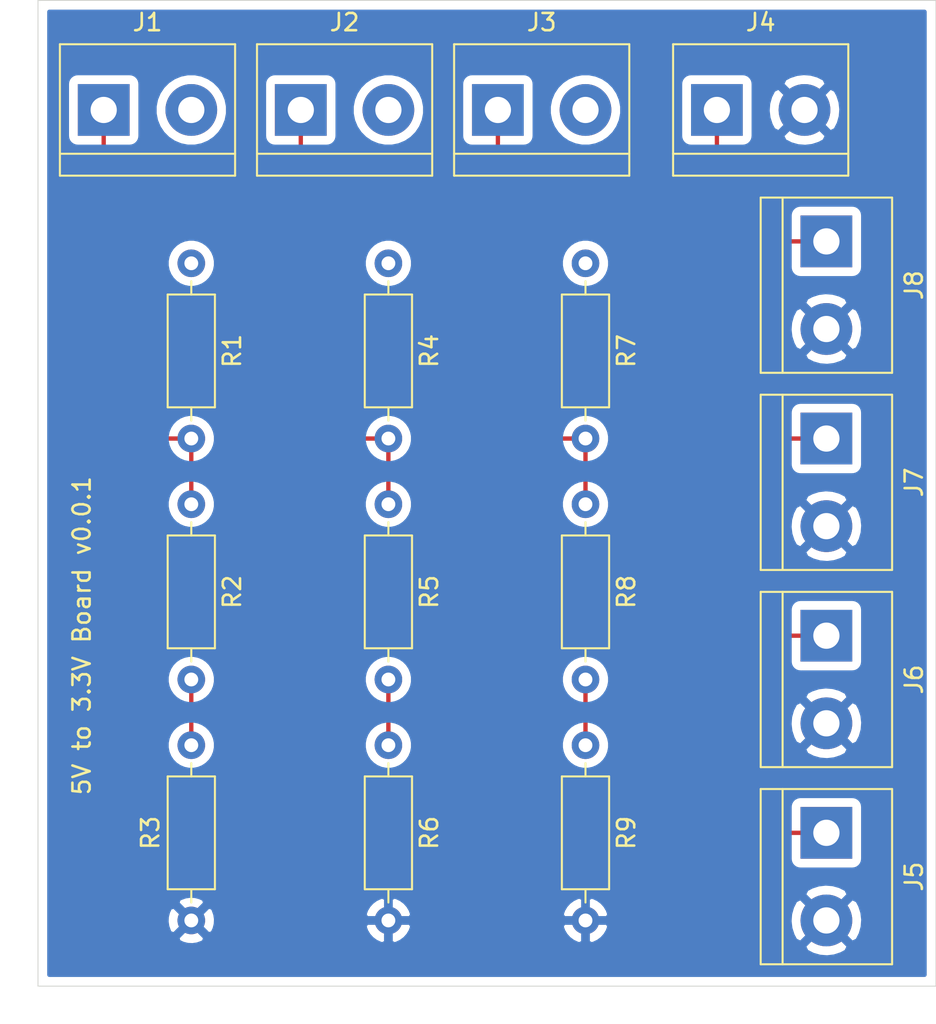
<source format=kicad_pcb>
(kicad_pcb (version 20171130) (host pcbnew "(5.1.10)-1")

  (general
    (thickness 1.6)
    (drawings 5)
    (tracks 27)
    (zones 0)
    (modules 17)
    (nets 12)
  )

  (page A4)
  (layers
    (0 F.Cu signal)
    (31 B.Cu signal hide)
    (32 B.Adhes user)
    (33 F.Adhes user)
    (34 B.Paste user)
    (35 F.Paste user)
    (36 B.SilkS user)
    (37 F.SilkS user)
    (38 B.Mask user)
    (39 F.Mask user)
    (40 Dwgs.User user)
    (41 Cmts.User user)
    (42 Eco1.User user)
    (43 Eco2.User user)
    (44 Edge.Cuts user)
    (45 Margin user)
    (46 B.CrtYd user)
    (47 F.CrtYd user)
    (48 B.Fab user)
    (49 F.Fab user)
  )

  (setup
    (last_trace_width 0.25)
    (trace_clearance 0.2)
    (zone_clearance 0.508)
    (zone_45_only no)
    (trace_min 0.2)
    (via_size 0.8)
    (via_drill 0.4)
    (via_min_size 0.4)
    (via_min_drill 0.3)
    (uvia_size 0.3)
    (uvia_drill 0.1)
    (uvias_allowed no)
    (uvia_min_size 0.2)
    (uvia_min_drill 0.1)
    (edge_width 0.05)
    (segment_width 0.2)
    (pcb_text_width 0.3)
    (pcb_text_size 1.5 1.5)
    (mod_edge_width 0.12)
    (mod_text_size 1 1)
    (mod_text_width 0.15)
    (pad_size 1.524 1.524)
    (pad_drill 0.762)
    (pad_to_mask_clearance 0)
    (aux_axis_origin 0 0)
    (visible_elements 7FFFFFFF)
    (pcbplotparams
      (layerselection 0x010fc_ffffffff)
      (usegerberextensions false)
      (usegerberattributes true)
      (usegerberadvancedattributes true)
      (creategerberjobfile true)
      (excludeedgelayer true)
      (linewidth 0.100000)
      (plotframeref false)
      (viasonmask false)
      (mode 1)
      (useauxorigin false)
      (hpglpennumber 1)
      (hpglpenspeed 20)
      (hpglpendiameter 15.000000)
      (psnegative false)
      (psa4output false)
      (plotreference true)
      (plotvalue true)
      (plotinvisibletext false)
      (padsonsilk false)
      (subtractmaskfromsilk false)
      (outputformat 1)
      (mirror false)
      (drillshape 0)
      (scaleselection 1)
      (outputdirectory ""))
  )

  (net 0 "")
  (net 1 "Net-(J1-Pad1)")
  (net 2 "Net-(J2-Pad1)")
  (net 3 "Net-(J3-Pad1)")
  (net 4 "Net-(J4-Pad1)")
  (net 5 "Net-(J1-Pad2)")
  (net 6 "Net-(R2-Pad2)")
  (net 7 "Net-(J2-Pad2)")
  (net 8 "Net-(R5-Pad2)")
  (net 9 "Net-(J3-Pad2)")
  (net 10 "Net-(R8-Pad2)")
  (net 11 GND)

  (net_class Default "This is the default net class."
    (clearance 0.2)
    (trace_width 0.25)
    (via_dia 0.8)
    (via_drill 0.4)
    (uvia_dia 0.3)
    (uvia_drill 0.1)
    (add_net GND)
    (add_net "Net-(J1-Pad1)")
    (add_net "Net-(J1-Pad2)")
    (add_net "Net-(J2-Pad1)")
    (add_net "Net-(J2-Pad2)")
    (add_net "Net-(J3-Pad1)")
    (add_net "Net-(J3-Pad2)")
    (add_net "Net-(J4-Pad1)")
    (add_net "Net-(R2-Pad2)")
    (add_net "Net-(R5-Pad2)")
    (add_net "Net-(R8-Pad2)")
  )

  (module Resistor_THT:R_Axial_DIN0207_L6.3mm_D2.5mm_P10.16mm_Horizontal (layer F.Cu) (tedit 5AE5139B) (tstamp 61810237)
    (at 97.79 88.9 270)
    (descr "Resistor, Axial_DIN0207 series, Axial, Horizontal, pin pitch=10.16mm, 0.25W = 1/4W, length*diameter=6.3*2.5mm^2, http://cdn-reichelt.de/documents/datenblatt/B400/1_4W%23YAG.pdf")
    (tags "Resistor Axial_DIN0207 series Axial Horizontal pin pitch 10.16mm 0.25W = 1/4W length 6.3mm diameter 2.5mm")
    (path /61809FFB)
    (fp_text reference R1 (at 5.08 -2.37 90) (layer F.SilkS)
      (effects (font (size 1 1) (thickness 0.15)))
    )
    (fp_text value R (at 5.08 2.37 90) (layer F.Fab)
      (effects (font (size 1 1) (thickness 0.15)))
    )
    (fp_line (start 1.93 -1.25) (end 1.93 1.25) (layer F.Fab) (width 0.1))
    (fp_line (start 1.93 1.25) (end 8.23 1.25) (layer F.Fab) (width 0.1))
    (fp_line (start 8.23 1.25) (end 8.23 -1.25) (layer F.Fab) (width 0.1))
    (fp_line (start 8.23 -1.25) (end 1.93 -1.25) (layer F.Fab) (width 0.1))
    (fp_line (start 0 0) (end 1.93 0) (layer F.Fab) (width 0.1))
    (fp_line (start 10.16 0) (end 8.23 0) (layer F.Fab) (width 0.1))
    (fp_line (start 1.81 -1.37) (end 1.81 1.37) (layer F.SilkS) (width 0.12))
    (fp_line (start 1.81 1.37) (end 8.35 1.37) (layer F.SilkS) (width 0.12))
    (fp_line (start 8.35 1.37) (end 8.35 -1.37) (layer F.SilkS) (width 0.12))
    (fp_line (start 8.35 -1.37) (end 1.81 -1.37) (layer F.SilkS) (width 0.12))
    (fp_line (start 1.04 0) (end 1.81 0) (layer F.SilkS) (width 0.12))
    (fp_line (start 9.12 0) (end 8.35 0) (layer F.SilkS) (width 0.12))
    (fp_line (start -1.05 -1.5) (end -1.05 1.5) (layer F.CrtYd) (width 0.05))
    (fp_line (start -1.05 1.5) (end 11.21 1.5) (layer F.CrtYd) (width 0.05))
    (fp_line (start 11.21 1.5) (end 11.21 -1.5) (layer F.CrtYd) (width 0.05))
    (fp_line (start 11.21 -1.5) (end -1.05 -1.5) (layer F.CrtYd) (width 0.05))
    (fp_text user %R (at 5.08 0 270) (layer F.Fab)
      (effects (font (size 1 1) (thickness 0.15)))
    )
    (pad 2 thru_hole oval (at 10.16 0 270) (size 1.6 1.6) (drill 0.8) (layers *.Cu *.Mask)
      (net 1 "Net-(J1-Pad1)"))
    (pad 1 thru_hole circle (at 0 0 270) (size 1.6 1.6) (drill 0.8) (layers *.Cu *.Mask)
      (net 5 "Net-(J1-Pad2)"))
    (model ${KISYS3DMOD}/Resistor_THT.3dshapes/R_Axial_DIN0207_L6.3mm_D2.5mm_P10.16mm_Horizontal.wrl
      (at (xyz 0 0 0))
      (scale (xyz 1 1 1))
      (rotate (xyz 0 0 0))
    )
  )

  (module Resistor_THT:R_Axial_DIN0207_L6.3mm_D2.5mm_P10.16mm_Horizontal (layer F.Cu) (tedit 5AE5139B) (tstamp 618102EF)
    (at 120.65 116.84 270)
    (descr "Resistor, Axial_DIN0207 series, Axial, Horizontal, pin pitch=10.16mm, 0.25W = 1/4W, length*diameter=6.3*2.5mm^2, http://cdn-reichelt.de/documents/datenblatt/B400/1_4W%23YAG.pdf")
    (tags "Resistor Axial_DIN0207 series Axial Horizontal pin pitch 10.16mm 0.25W = 1/4W length 6.3mm diameter 2.5mm")
    (path /6181910A)
    (fp_text reference R9 (at 5.08 -2.37 90) (layer F.SilkS)
      (effects (font (size 1 1) (thickness 0.15)))
    )
    (fp_text value R (at 5.08 2.37 90) (layer F.Fab)
      (effects (font (size 1 1) (thickness 0.15)))
    )
    (fp_line (start 1.93 -1.25) (end 1.93 1.25) (layer F.Fab) (width 0.1))
    (fp_line (start 1.93 1.25) (end 8.23 1.25) (layer F.Fab) (width 0.1))
    (fp_line (start 8.23 1.25) (end 8.23 -1.25) (layer F.Fab) (width 0.1))
    (fp_line (start 8.23 -1.25) (end 1.93 -1.25) (layer F.Fab) (width 0.1))
    (fp_line (start 0 0) (end 1.93 0) (layer F.Fab) (width 0.1))
    (fp_line (start 10.16 0) (end 8.23 0) (layer F.Fab) (width 0.1))
    (fp_line (start 1.81 -1.37) (end 1.81 1.37) (layer F.SilkS) (width 0.12))
    (fp_line (start 1.81 1.37) (end 8.35 1.37) (layer F.SilkS) (width 0.12))
    (fp_line (start 8.35 1.37) (end 8.35 -1.37) (layer F.SilkS) (width 0.12))
    (fp_line (start 8.35 -1.37) (end 1.81 -1.37) (layer F.SilkS) (width 0.12))
    (fp_line (start 1.04 0) (end 1.81 0) (layer F.SilkS) (width 0.12))
    (fp_line (start 9.12 0) (end 8.35 0) (layer F.SilkS) (width 0.12))
    (fp_line (start -1.05 -1.5) (end -1.05 1.5) (layer F.CrtYd) (width 0.05))
    (fp_line (start -1.05 1.5) (end 11.21 1.5) (layer F.CrtYd) (width 0.05))
    (fp_line (start 11.21 1.5) (end 11.21 -1.5) (layer F.CrtYd) (width 0.05))
    (fp_line (start 11.21 -1.5) (end -1.05 -1.5) (layer F.CrtYd) (width 0.05))
    (fp_text user %R (at 5.08 0 90) (layer F.Fab)
      (effects (font (size 1 1) (thickness 0.15)))
    )
    (pad 2 thru_hole oval (at 10.16 0 270) (size 1.6 1.6) (drill 0.8) (layers *.Cu *.Mask)
      (net 11 GND))
    (pad 1 thru_hole circle (at 0 0 270) (size 1.6 1.6) (drill 0.8) (layers *.Cu *.Mask)
      (net 10 "Net-(R8-Pad2)"))
    (model ${KISYS3DMOD}/Resistor_THT.3dshapes/R_Axial_DIN0207_L6.3mm_D2.5mm_P10.16mm_Horizontal.wrl
      (at (xyz 0 0 0))
      (scale (xyz 1 1 1))
      (rotate (xyz 0 0 0))
    )
  )

  (module Resistor_THT:R_Axial_DIN0207_L6.3mm_D2.5mm_P10.16mm_Horizontal (layer F.Cu) (tedit 5AE5139B) (tstamp 618102D8)
    (at 120.65 102.87 270)
    (descr "Resistor, Axial_DIN0207 series, Axial, Horizontal, pin pitch=10.16mm, 0.25W = 1/4W, length*diameter=6.3*2.5mm^2, http://cdn-reichelt.de/documents/datenblatt/B400/1_4W%23YAG.pdf")
    (tags "Resistor Axial_DIN0207 series Axial Horizontal pin pitch 10.16mm 0.25W = 1/4W length 6.3mm diameter 2.5mm")
    (path /61818B79)
    (fp_text reference R8 (at 5.08 -2.37 90) (layer F.SilkS)
      (effects (font (size 1 1) (thickness 0.15)))
    )
    (fp_text value R (at 5.08 2.37 90) (layer F.Fab)
      (effects (font (size 1 1) (thickness 0.15)))
    )
    (fp_line (start 1.93 -1.25) (end 1.93 1.25) (layer F.Fab) (width 0.1))
    (fp_line (start 1.93 1.25) (end 8.23 1.25) (layer F.Fab) (width 0.1))
    (fp_line (start 8.23 1.25) (end 8.23 -1.25) (layer F.Fab) (width 0.1))
    (fp_line (start 8.23 -1.25) (end 1.93 -1.25) (layer F.Fab) (width 0.1))
    (fp_line (start 0 0) (end 1.93 0) (layer F.Fab) (width 0.1))
    (fp_line (start 10.16 0) (end 8.23 0) (layer F.Fab) (width 0.1))
    (fp_line (start 1.81 -1.37) (end 1.81 1.37) (layer F.SilkS) (width 0.12))
    (fp_line (start 1.81 1.37) (end 8.35 1.37) (layer F.SilkS) (width 0.12))
    (fp_line (start 8.35 1.37) (end 8.35 -1.37) (layer F.SilkS) (width 0.12))
    (fp_line (start 8.35 -1.37) (end 1.81 -1.37) (layer F.SilkS) (width 0.12))
    (fp_line (start 1.04 0) (end 1.81 0) (layer F.SilkS) (width 0.12))
    (fp_line (start 9.12 0) (end 8.35 0) (layer F.SilkS) (width 0.12))
    (fp_line (start -1.05 -1.5) (end -1.05 1.5) (layer F.CrtYd) (width 0.05))
    (fp_line (start -1.05 1.5) (end 11.21 1.5) (layer F.CrtYd) (width 0.05))
    (fp_line (start 11.21 1.5) (end 11.21 -1.5) (layer F.CrtYd) (width 0.05))
    (fp_line (start 11.21 -1.5) (end -1.05 -1.5) (layer F.CrtYd) (width 0.05))
    (fp_text user %R (at 5.08 0 90) (layer F.Fab)
      (effects (font (size 1 1) (thickness 0.15)))
    )
    (pad 2 thru_hole oval (at 10.16 0 270) (size 1.6 1.6) (drill 0.8) (layers *.Cu *.Mask)
      (net 10 "Net-(R8-Pad2)"))
    (pad 1 thru_hole circle (at 0 0 270) (size 1.6 1.6) (drill 0.8) (layers *.Cu *.Mask)
      (net 3 "Net-(J3-Pad1)"))
    (model ${KISYS3DMOD}/Resistor_THT.3dshapes/R_Axial_DIN0207_L6.3mm_D2.5mm_P10.16mm_Horizontal.wrl
      (at (xyz 0 0 0))
      (scale (xyz 1 1 1))
      (rotate (xyz 0 0 0))
    )
  )

  (module Resistor_THT:R_Axial_DIN0207_L6.3mm_D2.5mm_P10.16mm_Horizontal (layer F.Cu) (tedit 5AE5139B) (tstamp 618102C1)
    (at 120.65 88.9 270)
    (descr "Resistor, Axial_DIN0207 series, Axial, Horizontal, pin pitch=10.16mm, 0.25W = 1/4W, length*diameter=6.3*2.5mm^2, http://cdn-reichelt.de/documents/datenblatt/B400/1_4W%23YAG.pdf")
    (tags "Resistor Axial_DIN0207 series Axial Horizontal pin pitch 10.16mm 0.25W = 1/4W length 6.3mm diameter 2.5mm")
    (path /61816C43)
    (fp_text reference R7 (at 5.08 -2.37 90) (layer F.SilkS)
      (effects (font (size 1 1) (thickness 0.15)))
    )
    (fp_text value R (at 5.08 2.37 90) (layer F.Fab)
      (effects (font (size 1 1) (thickness 0.15)))
    )
    (fp_line (start 1.93 -1.25) (end 1.93 1.25) (layer F.Fab) (width 0.1))
    (fp_line (start 1.93 1.25) (end 8.23 1.25) (layer F.Fab) (width 0.1))
    (fp_line (start 8.23 1.25) (end 8.23 -1.25) (layer F.Fab) (width 0.1))
    (fp_line (start 8.23 -1.25) (end 1.93 -1.25) (layer F.Fab) (width 0.1))
    (fp_line (start 0 0) (end 1.93 0) (layer F.Fab) (width 0.1))
    (fp_line (start 10.16 0) (end 8.23 0) (layer F.Fab) (width 0.1))
    (fp_line (start 1.81 -1.37) (end 1.81 1.37) (layer F.SilkS) (width 0.12))
    (fp_line (start 1.81 1.37) (end 8.35 1.37) (layer F.SilkS) (width 0.12))
    (fp_line (start 8.35 1.37) (end 8.35 -1.37) (layer F.SilkS) (width 0.12))
    (fp_line (start 8.35 -1.37) (end 1.81 -1.37) (layer F.SilkS) (width 0.12))
    (fp_line (start 1.04 0) (end 1.81 0) (layer F.SilkS) (width 0.12))
    (fp_line (start 9.12 0) (end 8.35 0) (layer F.SilkS) (width 0.12))
    (fp_line (start -1.05 -1.5) (end -1.05 1.5) (layer F.CrtYd) (width 0.05))
    (fp_line (start -1.05 1.5) (end 11.21 1.5) (layer F.CrtYd) (width 0.05))
    (fp_line (start 11.21 1.5) (end 11.21 -1.5) (layer F.CrtYd) (width 0.05))
    (fp_line (start 11.21 -1.5) (end -1.05 -1.5) (layer F.CrtYd) (width 0.05))
    (fp_text user %R (at 5.08 0 90) (layer F.Fab)
      (effects (font (size 1 1) (thickness 0.15)))
    )
    (pad 2 thru_hole oval (at 10.16 0 270) (size 1.6 1.6) (drill 0.8) (layers *.Cu *.Mask)
      (net 3 "Net-(J3-Pad1)"))
    (pad 1 thru_hole circle (at 0 0 270) (size 1.6 1.6) (drill 0.8) (layers *.Cu *.Mask)
      (net 9 "Net-(J3-Pad2)"))
    (model ${KISYS3DMOD}/Resistor_THT.3dshapes/R_Axial_DIN0207_L6.3mm_D2.5mm_P10.16mm_Horizontal.wrl
      (at (xyz 0 0 0))
      (scale (xyz 1 1 1))
      (rotate (xyz 0 0 0))
    )
  )

  (module Resistor_THT:R_Axial_DIN0207_L6.3mm_D2.5mm_P10.16mm_Horizontal (layer F.Cu) (tedit 5AE5139B) (tstamp 618102AA)
    (at 109.22 116.84 270)
    (descr "Resistor, Axial_DIN0207 series, Axial, Horizontal, pin pitch=10.16mm, 0.25W = 1/4W, length*diameter=6.3*2.5mm^2, http://cdn-reichelt.de/documents/datenblatt/B400/1_4W%23YAG.pdf")
    (tags "Resistor Axial_DIN0207 series Axial Horizontal pin pitch 10.16mm 0.25W = 1/4W length 6.3mm diameter 2.5mm")
    (path /6180F41C)
    (fp_text reference R6 (at 5.08 -2.37 90) (layer F.SilkS)
      (effects (font (size 1 1) (thickness 0.15)))
    )
    (fp_text value R (at 5.08 2.37 90) (layer F.Fab)
      (effects (font (size 1 1) (thickness 0.15)))
    )
    (fp_line (start 1.93 -1.25) (end 1.93 1.25) (layer F.Fab) (width 0.1))
    (fp_line (start 1.93 1.25) (end 8.23 1.25) (layer F.Fab) (width 0.1))
    (fp_line (start 8.23 1.25) (end 8.23 -1.25) (layer F.Fab) (width 0.1))
    (fp_line (start 8.23 -1.25) (end 1.93 -1.25) (layer F.Fab) (width 0.1))
    (fp_line (start 0 0) (end 1.93 0) (layer F.Fab) (width 0.1))
    (fp_line (start 10.16 0) (end 8.23 0) (layer F.Fab) (width 0.1))
    (fp_line (start 1.81 -1.37) (end 1.81 1.37) (layer F.SilkS) (width 0.12))
    (fp_line (start 1.81 1.37) (end 8.35 1.37) (layer F.SilkS) (width 0.12))
    (fp_line (start 8.35 1.37) (end 8.35 -1.37) (layer F.SilkS) (width 0.12))
    (fp_line (start 8.35 -1.37) (end 1.81 -1.37) (layer F.SilkS) (width 0.12))
    (fp_line (start 1.04 0) (end 1.81 0) (layer F.SilkS) (width 0.12))
    (fp_line (start 9.12 0) (end 8.35 0) (layer F.SilkS) (width 0.12))
    (fp_line (start -1.05 -1.5) (end -1.05 1.5) (layer F.CrtYd) (width 0.05))
    (fp_line (start -1.05 1.5) (end 11.21 1.5) (layer F.CrtYd) (width 0.05))
    (fp_line (start 11.21 1.5) (end 11.21 -1.5) (layer F.CrtYd) (width 0.05))
    (fp_line (start 11.21 -1.5) (end -1.05 -1.5) (layer F.CrtYd) (width 0.05))
    (fp_text user %R (at 5.08 0 90) (layer F.Fab)
      (effects (font (size 1 1) (thickness 0.15)))
    )
    (pad 2 thru_hole oval (at 10.16 0 270) (size 1.6 1.6) (drill 0.8) (layers *.Cu *.Mask)
      (net 11 GND))
    (pad 1 thru_hole circle (at 0 0 270) (size 1.6 1.6) (drill 0.8) (layers *.Cu *.Mask)
      (net 8 "Net-(R5-Pad2)"))
    (model ${KISYS3DMOD}/Resistor_THT.3dshapes/R_Axial_DIN0207_L6.3mm_D2.5mm_P10.16mm_Horizontal.wrl
      (at (xyz 0 0 0))
      (scale (xyz 1 1 1))
      (rotate (xyz 0 0 0))
    )
  )

  (module Resistor_THT:R_Axial_DIN0207_L6.3mm_D2.5mm_P10.16mm_Horizontal (layer F.Cu) (tedit 5AE5139B) (tstamp 61810293)
    (at 109.22 102.87 270)
    (descr "Resistor, Axial_DIN0207 series, Axial, Horizontal, pin pitch=10.16mm, 0.25W = 1/4W, length*diameter=6.3*2.5mm^2, http://cdn-reichelt.de/documents/datenblatt/B400/1_4W%23YAG.pdf")
    (tags "Resistor Axial_DIN0207 series Axial Horizontal pin pitch 10.16mm 0.25W = 1/4W length 6.3mm diameter 2.5mm")
    (path /6180EB88)
    (fp_text reference R5 (at 5.08 -2.37 90) (layer F.SilkS)
      (effects (font (size 1 1) (thickness 0.15)))
    )
    (fp_text value R (at 5.08 2.37 90) (layer F.Fab)
      (effects (font (size 1 1) (thickness 0.15)))
    )
    (fp_line (start 1.93 -1.25) (end 1.93 1.25) (layer F.Fab) (width 0.1))
    (fp_line (start 1.93 1.25) (end 8.23 1.25) (layer F.Fab) (width 0.1))
    (fp_line (start 8.23 1.25) (end 8.23 -1.25) (layer F.Fab) (width 0.1))
    (fp_line (start 8.23 -1.25) (end 1.93 -1.25) (layer F.Fab) (width 0.1))
    (fp_line (start 0 0) (end 1.93 0) (layer F.Fab) (width 0.1))
    (fp_line (start 10.16 0) (end 8.23 0) (layer F.Fab) (width 0.1))
    (fp_line (start 1.81 -1.37) (end 1.81 1.37) (layer F.SilkS) (width 0.12))
    (fp_line (start 1.81 1.37) (end 8.35 1.37) (layer F.SilkS) (width 0.12))
    (fp_line (start 8.35 1.37) (end 8.35 -1.37) (layer F.SilkS) (width 0.12))
    (fp_line (start 8.35 -1.37) (end 1.81 -1.37) (layer F.SilkS) (width 0.12))
    (fp_line (start 1.04 0) (end 1.81 0) (layer F.SilkS) (width 0.12))
    (fp_line (start 9.12 0) (end 8.35 0) (layer F.SilkS) (width 0.12))
    (fp_line (start -1.05 -1.5) (end -1.05 1.5) (layer F.CrtYd) (width 0.05))
    (fp_line (start -1.05 1.5) (end 11.21 1.5) (layer F.CrtYd) (width 0.05))
    (fp_line (start 11.21 1.5) (end 11.21 -1.5) (layer F.CrtYd) (width 0.05))
    (fp_line (start 11.21 -1.5) (end -1.05 -1.5) (layer F.CrtYd) (width 0.05))
    (fp_text user %R (at 5.08 0 90) (layer F.Fab)
      (effects (font (size 1 1) (thickness 0.15)))
    )
    (pad 2 thru_hole oval (at 10.16 0 270) (size 1.6 1.6) (drill 0.8) (layers *.Cu *.Mask)
      (net 8 "Net-(R5-Pad2)"))
    (pad 1 thru_hole circle (at 0 0 270) (size 1.6 1.6) (drill 0.8) (layers *.Cu *.Mask)
      (net 2 "Net-(J2-Pad1)"))
    (model ${KISYS3DMOD}/Resistor_THT.3dshapes/R_Axial_DIN0207_L6.3mm_D2.5mm_P10.16mm_Horizontal.wrl
      (at (xyz 0 0 0))
      (scale (xyz 1 1 1))
      (rotate (xyz 0 0 0))
    )
  )

  (module Resistor_THT:R_Axial_DIN0207_L6.3mm_D2.5mm_P10.16mm_Horizontal (layer F.Cu) (tedit 5AE5139B) (tstamp 6181027C)
    (at 109.22 88.9 270)
    (descr "Resistor, Axial_DIN0207 series, Axial, Horizontal, pin pitch=10.16mm, 0.25W = 1/4W, length*diameter=6.3*2.5mm^2, http://cdn-reichelt.de/documents/datenblatt/B400/1_4W%23YAG.pdf")
    (tags "Resistor Axial_DIN0207 series Axial Horizontal pin pitch 10.16mm 0.25W = 1/4W length 6.3mm diameter 2.5mm")
    (path /6180D509)
    (fp_text reference R4 (at 5.08 -2.37 90) (layer F.SilkS)
      (effects (font (size 1 1) (thickness 0.15)))
    )
    (fp_text value R (at 5.08 2.37 90) (layer F.Fab)
      (effects (font (size 1 1) (thickness 0.15)))
    )
    (fp_line (start 1.93 -1.25) (end 1.93 1.25) (layer F.Fab) (width 0.1))
    (fp_line (start 1.93 1.25) (end 8.23 1.25) (layer F.Fab) (width 0.1))
    (fp_line (start 8.23 1.25) (end 8.23 -1.25) (layer F.Fab) (width 0.1))
    (fp_line (start 8.23 -1.25) (end 1.93 -1.25) (layer F.Fab) (width 0.1))
    (fp_line (start 0 0) (end 1.93 0) (layer F.Fab) (width 0.1))
    (fp_line (start 10.16 0) (end 8.23 0) (layer F.Fab) (width 0.1))
    (fp_line (start 1.81 -1.37) (end 1.81 1.37) (layer F.SilkS) (width 0.12))
    (fp_line (start 1.81 1.37) (end 8.35 1.37) (layer F.SilkS) (width 0.12))
    (fp_line (start 8.35 1.37) (end 8.35 -1.37) (layer F.SilkS) (width 0.12))
    (fp_line (start 8.35 -1.37) (end 1.81 -1.37) (layer F.SilkS) (width 0.12))
    (fp_line (start 1.04 0) (end 1.81 0) (layer F.SilkS) (width 0.12))
    (fp_line (start 9.12 0) (end 8.35 0) (layer F.SilkS) (width 0.12))
    (fp_line (start -1.05 -1.5) (end -1.05 1.5) (layer F.CrtYd) (width 0.05))
    (fp_line (start -1.05 1.5) (end 11.21 1.5) (layer F.CrtYd) (width 0.05))
    (fp_line (start 11.21 1.5) (end 11.21 -1.5) (layer F.CrtYd) (width 0.05))
    (fp_line (start 11.21 -1.5) (end -1.05 -1.5) (layer F.CrtYd) (width 0.05))
    (fp_text user %R (at 5.08 0 90) (layer F.Fab)
      (effects (font (size 1 1) (thickness 0.15)))
    )
    (pad 2 thru_hole oval (at 10.16 0 270) (size 1.6 1.6) (drill 0.8) (layers *.Cu *.Mask)
      (net 2 "Net-(J2-Pad1)"))
    (pad 1 thru_hole circle (at 0 0 270) (size 1.6 1.6) (drill 0.8) (layers *.Cu *.Mask)
      (net 7 "Net-(J2-Pad2)"))
    (model ${KISYS3DMOD}/Resistor_THT.3dshapes/R_Axial_DIN0207_L6.3mm_D2.5mm_P10.16mm_Horizontal.wrl
      (at (xyz 0 0 0))
      (scale (xyz 1 1 1))
      (rotate (xyz 0 0 0))
    )
  )

  (module Resistor_THT:R_Axial_DIN0207_L6.3mm_D2.5mm_P10.16mm_Horizontal (layer F.Cu) (tedit 5AE5139B) (tstamp 61810265)
    (at 97.79 127 90)
    (descr "Resistor, Axial_DIN0207 series, Axial, Horizontal, pin pitch=10.16mm, 0.25W = 1/4W, length*diameter=6.3*2.5mm^2, http://cdn-reichelt.de/documents/datenblatt/B400/1_4W%23YAG.pdf")
    (tags "Resistor Axial_DIN0207 series Axial Horizontal pin pitch 10.16mm 0.25W = 1/4W length 6.3mm diameter 2.5mm")
    (path /6180CB94)
    (fp_text reference R3 (at 5.08 -2.37 90) (layer F.SilkS)
      (effects (font (size 1 1) (thickness 0.15)))
    )
    (fp_text value R (at 5.08 2.37 90) (layer F.Fab)
      (effects (font (size 1 1) (thickness 0.15)))
    )
    (fp_line (start 1.93 -1.25) (end 1.93 1.25) (layer F.Fab) (width 0.1))
    (fp_line (start 1.93 1.25) (end 8.23 1.25) (layer F.Fab) (width 0.1))
    (fp_line (start 8.23 1.25) (end 8.23 -1.25) (layer F.Fab) (width 0.1))
    (fp_line (start 8.23 -1.25) (end 1.93 -1.25) (layer F.Fab) (width 0.1))
    (fp_line (start 0 0) (end 1.93 0) (layer F.Fab) (width 0.1))
    (fp_line (start 10.16 0) (end 8.23 0) (layer F.Fab) (width 0.1))
    (fp_line (start 1.81 -1.37) (end 1.81 1.37) (layer F.SilkS) (width 0.12))
    (fp_line (start 1.81 1.37) (end 8.35 1.37) (layer F.SilkS) (width 0.12))
    (fp_line (start 8.35 1.37) (end 8.35 -1.37) (layer F.SilkS) (width 0.12))
    (fp_line (start 8.35 -1.37) (end 1.81 -1.37) (layer F.SilkS) (width 0.12))
    (fp_line (start 1.04 0) (end 1.81 0) (layer F.SilkS) (width 0.12))
    (fp_line (start 9.12 0) (end 8.35 0) (layer F.SilkS) (width 0.12))
    (fp_line (start -1.05 -1.5) (end -1.05 1.5) (layer F.CrtYd) (width 0.05))
    (fp_line (start -1.05 1.5) (end 11.21 1.5) (layer F.CrtYd) (width 0.05))
    (fp_line (start 11.21 1.5) (end 11.21 -1.5) (layer F.CrtYd) (width 0.05))
    (fp_line (start 11.21 -1.5) (end -1.05 -1.5) (layer F.CrtYd) (width 0.05))
    (fp_text user %R (at 5.08 0 90) (layer F.Fab)
      (effects (font (size 1 1) (thickness 0.15)))
    )
    (pad 2 thru_hole oval (at 10.16 0 90) (size 1.6 1.6) (drill 0.8) (layers *.Cu *.Mask)
      (net 6 "Net-(R2-Pad2)"))
    (pad 1 thru_hole circle (at 0 0 90) (size 1.6 1.6) (drill 0.8) (layers *.Cu *.Mask)
      (net 11 GND))
    (model ${KISYS3DMOD}/Resistor_THT.3dshapes/R_Axial_DIN0207_L6.3mm_D2.5mm_P10.16mm_Horizontal.wrl
      (at (xyz 0 0 0))
      (scale (xyz 1 1 1))
      (rotate (xyz 0 0 0))
    )
  )

  (module Resistor_THT:R_Axial_DIN0207_L6.3mm_D2.5mm_P10.16mm_Horizontal (layer F.Cu) (tedit 5AE5139B) (tstamp 6181024E)
    (at 97.79 102.87 270)
    (descr "Resistor, Axial_DIN0207 series, Axial, Horizontal, pin pitch=10.16mm, 0.25W = 1/4W, length*diameter=6.3*2.5mm^2, http://cdn-reichelt.de/documents/datenblatt/B400/1_4W%23YAG.pdf")
    (tags "Resistor Axial_DIN0207 series Axial Horizontal pin pitch 10.16mm 0.25W = 1/4W length 6.3mm diameter 2.5mm")
    (path /6180C34D)
    (fp_text reference R2 (at 5.08 -2.37 90) (layer F.SilkS)
      (effects (font (size 1 1) (thickness 0.15)))
    )
    (fp_text value R (at 5.08 2.37 90) (layer F.Fab)
      (effects (font (size 1 1) (thickness 0.15)))
    )
    (fp_line (start 1.93 -1.25) (end 1.93 1.25) (layer F.Fab) (width 0.1))
    (fp_line (start 1.93 1.25) (end 8.23 1.25) (layer F.Fab) (width 0.1))
    (fp_line (start 8.23 1.25) (end 8.23 -1.25) (layer F.Fab) (width 0.1))
    (fp_line (start 8.23 -1.25) (end 1.93 -1.25) (layer F.Fab) (width 0.1))
    (fp_line (start 0 0) (end 1.93 0) (layer F.Fab) (width 0.1))
    (fp_line (start 10.16 0) (end 8.23 0) (layer F.Fab) (width 0.1))
    (fp_line (start 1.81 -1.37) (end 1.81 1.37) (layer F.SilkS) (width 0.12))
    (fp_line (start 1.81 1.37) (end 8.35 1.37) (layer F.SilkS) (width 0.12))
    (fp_line (start 8.35 1.37) (end 8.35 -1.37) (layer F.SilkS) (width 0.12))
    (fp_line (start 8.35 -1.37) (end 1.81 -1.37) (layer F.SilkS) (width 0.12))
    (fp_line (start 1.04 0) (end 1.81 0) (layer F.SilkS) (width 0.12))
    (fp_line (start 9.12 0) (end 8.35 0) (layer F.SilkS) (width 0.12))
    (fp_line (start -1.05 -1.5) (end -1.05 1.5) (layer F.CrtYd) (width 0.05))
    (fp_line (start -1.05 1.5) (end 11.21 1.5) (layer F.CrtYd) (width 0.05))
    (fp_line (start 11.21 1.5) (end 11.21 -1.5) (layer F.CrtYd) (width 0.05))
    (fp_line (start 11.21 -1.5) (end -1.05 -1.5) (layer F.CrtYd) (width 0.05))
    (fp_text user %R (at 5.08 0 90) (layer F.Fab)
      (effects (font (size 1 1) (thickness 0.15)))
    )
    (pad 2 thru_hole oval (at 10.16 0 270) (size 1.6 1.6) (drill 0.8) (layers *.Cu *.Mask)
      (net 6 "Net-(R2-Pad2)"))
    (pad 1 thru_hole circle (at 0 0 270) (size 1.6 1.6) (drill 0.8) (layers *.Cu *.Mask)
      (net 1 "Net-(J1-Pad1)"))
    (model ${KISYS3DMOD}/Resistor_THT.3dshapes/R_Axial_DIN0207_L6.3mm_D2.5mm_P10.16mm_Horizontal.wrl
      (at (xyz 0 0 0))
      (scale (xyz 1 1 1))
      (rotate (xyz 0 0 0))
    )
  )

  (module TerminalBlock:TerminalBlock_bornier-2_P5.08mm (layer F.Cu) (tedit 59FF03AB) (tstamp 61822EED)
    (at 92.71 80.01)
    (descr "simple 2-pin terminal block, pitch 5.08mm, revamped version of bornier2")
    (tags "terminal block bornier2")
    (path /618404EA)
    (fp_text reference J1 (at 2.54 -5.08) (layer F.SilkS)
      (effects (font (size 1 1) (thickness 0.15)))
    )
    (fp_text value Screw_Terminal_01x02 (at 2.54 5.08) (layer F.Fab)
      (effects (font (size 1 1) (thickness 0.15)))
    )
    (fp_line (start -2.41 2.55) (end 7.49 2.55) (layer F.Fab) (width 0.1))
    (fp_line (start -2.46 -3.75) (end -2.46 3.75) (layer F.Fab) (width 0.1))
    (fp_line (start -2.46 3.75) (end 7.54 3.75) (layer F.Fab) (width 0.1))
    (fp_line (start 7.54 3.75) (end 7.54 -3.75) (layer F.Fab) (width 0.1))
    (fp_line (start 7.54 -3.75) (end -2.46 -3.75) (layer F.Fab) (width 0.1))
    (fp_line (start 7.62 2.54) (end -2.54 2.54) (layer F.SilkS) (width 0.12))
    (fp_line (start 7.62 3.81) (end 7.62 -3.81) (layer F.SilkS) (width 0.12))
    (fp_line (start 7.62 -3.81) (end -2.54 -3.81) (layer F.SilkS) (width 0.12))
    (fp_line (start -2.54 -3.81) (end -2.54 3.81) (layer F.SilkS) (width 0.12))
    (fp_line (start -2.54 3.81) (end 7.62 3.81) (layer F.SilkS) (width 0.12))
    (fp_line (start -2.71 -4) (end 7.79 -4) (layer F.CrtYd) (width 0.05))
    (fp_line (start -2.71 -4) (end -2.71 4) (layer F.CrtYd) (width 0.05))
    (fp_line (start 7.79 4) (end 7.79 -4) (layer F.CrtYd) (width 0.05))
    (fp_line (start 7.79 4) (end -2.71 4) (layer F.CrtYd) (width 0.05))
    (fp_text user %R (at 2.54 0) (layer F.Fab)
      (effects (font (size 1 1) (thickness 0.15)))
    )
    (pad 1 thru_hole rect (at 0 0) (size 3 3) (drill 1.52) (layers *.Cu *.Mask)
      (net 1 "Net-(J1-Pad1)"))
    (pad 2 thru_hole circle (at 5.08 0) (size 3 3) (drill 1.52) (layers *.Cu *.Mask)
      (net 5 "Net-(J1-Pad2)"))
    (model ${KISYS3DMOD}/TerminalBlock.3dshapes/TerminalBlock_bornier-2_P5.08mm.wrl
      (offset (xyz 2.539999961853027 0 0))
      (scale (xyz 1 1 1))
      (rotate (xyz 0 0 0))
    )
  )

  (module TerminalBlock:TerminalBlock_bornier-2_P5.08mm (layer F.Cu) (tedit 59FF03AB) (tstamp 61822F02)
    (at 104.14 80.01)
    (descr "simple 2-pin terminal block, pitch 5.08mm, revamped version of bornier2")
    (tags "terminal block bornier2")
    (path /6184261F)
    (fp_text reference J2 (at 2.54 -5.08) (layer F.SilkS)
      (effects (font (size 1 1) (thickness 0.15)))
    )
    (fp_text value Screw_Terminal_01x02 (at 2.54 5.08) (layer F.Fab)
      (effects (font (size 1 1) (thickness 0.15)))
    )
    (fp_line (start 7.79 4) (end -2.71 4) (layer F.CrtYd) (width 0.05))
    (fp_line (start 7.79 4) (end 7.79 -4) (layer F.CrtYd) (width 0.05))
    (fp_line (start -2.71 -4) (end -2.71 4) (layer F.CrtYd) (width 0.05))
    (fp_line (start -2.71 -4) (end 7.79 -4) (layer F.CrtYd) (width 0.05))
    (fp_line (start -2.54 3.81) (end 7.62 3.81) (layer F.SilkS) (width 0.12))
    (fp_line (start -2.54 -3.81) (end -2.54 3.81) (layer F.SilkS) (width 0.12))
    (fp_line (start 7.62 -3.81) (end -2.54 -3.81) (layer F.SilkS) (width 0.12))
    (fp_line (start 7.62 3.81) (end 7.62 -3.81) (layer F.SilkS) (width 0.12))
    (fp_line (start 7.62 2.54) (end -2.54 2.54) (layer F.SilkS) (width 0.12))
    (fp_line (start 7.54 -3.75) (end -2.46 -3.75) (layer F.Fab) (width 0.1))
    (fp_line (start 7.54 3.75) (end 7.54 -3.75) (layer F.Fab) (width 0.1))
    (fp_line (start -2.46 3.75) (end 7.54 3.75) (layer F.Fab) (width 0.1))
    (fp_line (start -2.46 -3.75) (end -2.46 3.75) (layer F.Fab) (width 0.1))
    (fp_line (start -2.41 2.55) (end 7.49 2.55) (layer F.Fab) (width 0.1))
    (fp_text user %R (at 2.54 0) (layer F.Fab)
      (effects (font (size 1 1) (thickness 0.15)))
    )
    (pad 2 thru_hole circle (at 5.08 0) (size 3 3) (drill 1.52) (layers *.Cu *.Mask)
      (net 7 "Net-(J2-Pad2)"))
    (pad 1 thru_hole rect (at 0 0) (size 3 3) (drill 1.52) (layers *.Cu *.Mask)
      (net 2 "Net-(J2-Pad1)"))
    (model ${KISYS3DMOD}/TerminalBlock.3dshapes/TerminalBlock_bornier-2_P5.08mm.wrl
      (offset (xyz 2.539999961853027 0 0))
      (scale (xyz 1 1 1))
      (rotate (xyz 0 0 0))
    )
  )

  (module TerminalBlock:TerminalBlock_bornier-2_P5.08mm (layer F.Cu) (tedit 59FF03AB) (tstamp 61822F17)
    (at 115.57 80.01)
    (descr "simple 2-pin terminal block, pitch 5.08mm, revamped version of bornier2")
    (tags "terminal block bornier2")
    (path /61843096)
    (fp_text reference J3 (at 2.54 -5.08) (layer F.SilkS)
      (effects (font (size 1 1) (thickness 0.15)))
    )
    (fp_text value Screw_Terminal_01x02 (at 2.54 5.08) (layer F.Fab)
      (effects (font (size 1 1) (thickness 0.15)))
    )
    (fp_line (start -2.41 2.55) (end 7.49 2.55) (layer F.Fab) (width 0.1))
    (fp_line (start -2.46 -3.75) (end -2.46 3.75) (layer F.Fab) (width 0.1))
    (fp_line (start -2.46 3.75) (end 7.54 3.75) (layer F.Fab) (width 0.1))
    (fp_line (start 7.54 3.75) (end 7.54 -3.75) (layer F.Fab) (width 0.1))
    (fp_line (start 7.54 -3.75) (end -2.46 -3.75) (layer F.Fab) (width 0.1))
    (fp_line (start 7.62 2.54) (end -2.54 2.54) (layer F.SilkS) (width 0.12))
    (fp_line (start 7.62 3.81) (end 7.62 -3.81) (layer F.SilkS) (width 0.12))
    (fp_line (start 7.62 -3.81) (end -2.54 -3.81) (layer F.SilkS) (width 0.12))
    (fp_line (start -2.54 -3.81) (end -2.54 3.81) (layer F.SilkS) (width 0.12))
    (fp_line (start -2.54 3.81) (end 7.62 3.81) (layer F.SilkS) (width 0.12))
    (fp_line (start -2.71 -4) (end 7.79 -4) (layer F.CrtYd) (width 0.05))
    (fp_line (start -2.71 -4) (end -2.71 4) (layer F.CrtYd) (width 0.05))
    (fp_line (start 7.79 4) (end 7.79 -4) (layer F.CrtYd) (width 0.05))
    (fp_line (start 7.79 4) (end -2.71 4) (layer F.CrtYd) (width 0.05))
    (fp_text user %R (at 2.54 0) (layer F.Fab)
      (effects (font (size 1 1) (thickness 0.15)))
    )
    (pad 1 thru_hole rect (at 0 0) (size 3 3) (drill 1.52) (layers *.Cu *.Mask)
      (net 3 "Net-(J3-Pad1)"))
    (pad 2 thru_hole circle (at 5.08 0) (size 3 3) (drill 1.52) (layers *.Cu *.Mask)
      (net 9 "Net-(J3-Pad2)"))
    (model ${KISYS3DMOD}/TerminalBlock.3dshapes/TerminalBlock_bornier-2_P5.08mm.wrl
      (offset (xyz 2.539999961853027 0 0))
      (scale (xyz 1 1 1))
      (rotate (xyz 0 0 0))
    )
  )

  (module TerminalBlock:TerminalBlock_bornier-2_P5.08mm (layer F.Cu) (tedit 59FF03AB) (tstamp 618236E1)
    (at 128.27 80.01)
    (descr "simple 2-pin terminal block, pitch 5.08mm, revamped version of bornier2")
    (tags "terminal block bornier2")
    (path /6182DEF1)
    (fp_text reference J4 (at 2.54 -5.08) (layer F.SilkS)
      (effects (font (size 1 1) (thickness 0.15)))
    )
    (fp_text value Screw_Terminal_01x02 (at 2.54 5.08) (layer F.Fab)
      (effects (font (size 1 1) (thickness 0.15)))
    )
    (fp_line (start -2.41 2.55) (end 7.49 2.55) (layer F.Fab) (width 0.1))
    (fp_line (start -2.46 -3.75) (end -2.46 3.75) (layer F.Fab) (width 0.1))
    (fp_line (start -2.46 3.75) (end 7.54 3.75) (layer F.Fab) (width 0.1))
    (fp_line (start 7.54 3.75) (end 7.54 -3.75) (layer F.Fab) (width 0.1))
    (fp_line (start 7.54 -3.75) (end -2.46 -3.75) (layer F.Fab) (width 0.1))
    (fp_line (start 7.62 2.54) (end -2.54 2.54) (layer F.SilkS) (width 0.12))
    (fp_line (start 7.62 3.81) (end 7.62 -3.81) (layer F.SilkS) (width 0.12))
    (fp_line (start 7.62 -3.81) (end -2.54 -3.81) (layer F.SilkS) (width 0.12))
    (fp_line (start -2.54 -3.81) (end -2.54 3.81) (layer F.SilkS) (width 0.12))
    (fp_line (start -2.54 3.81) (end 7.62 3.81) (layer F.SilkS) (width 0.12))
    (fp_line (start -2.71 -4) (end 7.79 -4) (layer F.CrtYd) (width 0.05))
    (fp_line (start -2.71 -4) (end -2.71 4) (layer F.CrtYd) (width 0.05))
    (fp_line (start 7.79 4) (end 7.79 -4) (layer F.CrtYd) (width 0.05))
    (fp_line (start 7.79 4) (end -2.71 4) (layer F.CrtYd) (width 0.05))
    (fp_text user %R (at 2.54 0) (layer F.Fab)
      (effects (font (size 1 1) (thickness 0.15)))
    )
    (pad 1 thru_hole rect (at 0 0) (size 3 3) (drill 1.52) (layers *.Cu *.Mask)
      (net 4 "Net-(J4-Pad1)"))
    (pad 2 thru_hole circle (at 5.08 0) (size 3 3) (drill 1.52) (layers *.Cu *.Mask)
      (net 11 GND))
    (model ${KISYS3DMOD}/TerminalBlock.3dshapes/TerminalBlock_bornier-2_P5.08mm.wrl
      (offset (xyz 2.539999961853027 0 0))
      (scale (xyz 1 1 1))
      (rotate (xyz 0 0 0))
    )
  )

  (module TerminalBlock:TerminalBlock_bornier-2_P5.08mm (layer F.Cu) (tedit 59FF03AB) (tstamp 618236F6)
    (at 134.62 121.92 270)
    (descr "simple 2-pin terminal block, pitch 5.08mm, revamped version of bornier2")
    (tags "terminal block bornier2")
    (path /6183D280)
    (fp_text reference J5 (at 2.54 -5.08 90) (layer F.SilkS)
      (effects (font (size 1 1) (thickness 0.15)))
    )
    (fp_text value Screw_Terminal_01x02 (at 2.54 5.08 90) (layer F.Fab)
      (effects (font (size 1 1) (thickness 0.15)))
    )
    (fp_line (start 7.79 4) (end -2.71 4) (layer F.CrtYd) (width 0.05))
    (fp_line (start 7.79 4) (end 7.79 -4) (layer F.CrtYd) (width 0.05))
    (fp_line (start -2.71 -4) (end -2.71 4) (layer F.CrtYd) (width 0.05))
    (fp_line (start -2.71 -4) (end 7.79 -4) (layer F.CrtYd) (width 0.05))
    (fp_line (start -2.54 3.81) (end 7.62 3.81) (layer F.SilkS) (width 0.12))
    (fp_line (start -2.54 -3.81) (end -2.54 3.81) (layer F.SilkS) (width 0.12))
    (fp_line (start 7.62 -3.81) (end -2.54 -3.81) (layer F.SilkS) (width 0.12))
    (fp_line (start 7.62 3.81) (end 7.62 -3.81) (layer F.SilkS) (width 0.12))
    (fp_line (start 7.62 2.54) (end -2.54 2.54) (layer F.SilkS) (width 0.12))
    (fp_line (start 7.54 -3.75) (end -2.46 -3.75) (layer F.Fab) (width 0.1))
    (fp_line (start 7.54 3.75) (end 7.54 -3.75) (layer F.Fab) (width 0.1))
    (fp_line (start -2.46 3.75) (end 7.54 3.75) (layer F.Fab) (width 0.1))
    (fp_line (start -2.46 -3.75) (end -2.46 3.75) (layer F.Fab) (width 0.1))
    (fp_line (start -2.41 2.55) (end 7.49 2.55) (layer F.Fab) (width 0.1))
    (fp_text user %R (at 2.54 0 90) (layer F.Fab)
      (effects (font (size 1 1) (thickness 0.15)))
    )
    (pad 2 thru_hole circle (at 5.08 0 270) (size 3 3) (drill 1.52) (layers *.Cu *.Mask)
      (net 11 GND))
    (pad 1 thru_hole rect (at 0 0 270) (size 3 3) (drill 1.52) (layers *.Cu *.Mask)
      (net 4 "Net-(J4-Pad1)"))
    (model ${KISYS3DMOD}/TerminalBlock.3dshapes/TerminalBlock_bornier-2_P5.08mm.wrl
      (offset (xyz 2.539999961853027 0 0))
      (scale (xyz 1 1 1))
      (rotate (xyz 0 0 0))
    )
  )

  (module TerminalBlock:TerminalBlock_bornier-2_P5.08mm (layer F.Cu) (tedit 59FF03AB) (tstamp 6182370B)
    (at 134.62 110.49 270)
    (descr "simple 2-pin terminal block, pitch 5.08mm, revamped version of bornier2")
    (tags "terminal block bornier2")
    (path /6183E1B5)
    (fp_text reference J6 (at 2.54 -5.08 90) (layer F.SilkS)
      (effects (font (size 1 1) (thickness 0.15)))
    )
    (fp_text value Screw_Terminal_01x02 (at 2.54 5.08 90) (layer F.Fab)
      (effects (font (size 1 1) (thickness 0.15)))
    )
    (fp_line (start -2.41 2.55) (end 7.49 2.55) (layer F.Fab) (width 0.1))
    (fp_line (start -2.46 -3.75) (end -2.46 3.75) (layer F.Fab) (width 0.1))
    (fp_line (start -2.46 3.75) (end 7.54 3.75) (layer F.Fab) (width 0.1))
    (fp_line (start 7.54 3.75) (end 7.54 -3.75) (layer F.Fab) (width 0.1))
    (fp_line (start 7.54 -3.75) (end -2.46 -3.75) (layer F.Fab) (width 0.1))
    (fp_line (start 7.62 2.54) (end -2.54 2.54) (layer F.SilkS) (width 0.12))
    (fp_line (start 7.62 3.81) (end 7.62 -3.81) (layer F.SilkS) (width 0.12))
    (fp_line (start 7.62 -3.81) (end -2.54 -3.81) (layer F.SilkS) (width 0.12))
    (fp_line (start -2.54 -3.81) (end -2.54 3.81) (layer F.SilkS) (width 0.12))
    (fp_line (start -2.54 3.81) (end 7.62 3.81) (layer F.SilkS) (width 0.12))
    (fp_line (start -2.71 -4) (end 7.79 -4) (layer F.CrtYd) (width 0.05))
    (fp_line (start -2.71 -4) (end -2.71 4) (layer F.CrtYd) (width 0.05))
    (fp_line (start 7.79 4) (end 7.79 -4) (layer F.CrtYd) (width 0.05))
    (fp_line (start 7.79 4) (end -2.71 4) (layer F.CrtYd) (width 0.05))
    (fp_text user %R (at 2.54 0 90) (layer F.Fab)
      (effects (font (size 1 1) (thickness 0.15)))
    )
    (pad 1 thru_hole rect (at 0 0 270) (size 3 3) (drill 1.52) (layers *.Cu *.Mask)
      (net 4 "Net-(J4-Pad1)"))
    (pad 2 thru_hole circle (at 5.08 0 270) (size 3 3) (drill 1.52) (layers *.Cu *.Mask)
      (net 11 GND))
    (model ${KISYS3DMOD}/TerminalBlock.3dshapes/TerminalBlock_bornier-2_P5.08mm.wrl
      (offset (xyz 2.539999961853027 0 0))
      (scale (xyz 1 1 1))
      (rotate (xyz 0 0 0))
    )
  )

  (module TerminalBlock:TerminalBlock_bornier-2_P5.08mm (layer F.Cu) (tedit 59FF03AB) (tstamp 61823720)
    (at 134.62 99.06 270)
    (descr "simple 2-pin terminal block, pitch 5.08mm, revamped version of bornier2")
    (tags "terminal block bornier2")
    (path /6183FE2C)
    (fp_text reference J7 (at 2.54 -5.08 90) (layer F.SilkS)
      (effects (font (size 1 1) (thickness 0.15)))
    )
    (fp_text value Screw_Terminal_01x02 (at 2.54 5.08 90) (layer F.Fab)
      (effects (font (size 1 1) (thickness 0.15)))
    )
    (fp_line (start 7.79 4) (end -2.71 4) (layer F.CrtYd) (width 0.05))
    (fp_line (start 7.79 4) (end 7.79 -4) (layer F.CrtYd) (width 0.05))
    (fp_line (start -2.71 -4) (end -2.71 4) (layer F.CrtYd) (width 0.05))
    (fp_line (start -2.71 -4) (end 7.79 -4) (layer F.CrtYd) (width 0.05))
    (fp_line (start -2.54 3.81) (end 7.62 3.81) (layer F.SilkS) (width 0.12))
    (fp_line (start -2.54 -3.81) (end -2.54 3.81) (layer F.SilkS) (width 0.12))
    (fp_line (start 7.62 -3.81) (end -2.54 -3.81) (layer F.SilkS) (width 0.12))
    (fp_line (start 7.62 3.81) (end 7.62 -3.81) (layer F.SilkS) (width 0.12))
    (fp_line (start 7.62 2.54) (end -2.54 2.54) (layer F.SilkS) (width 0.12))
    (fp_line (start 7.54 -3.75) (end -2.46 -3.75) (layer F.Fab) (width 0.1))
    (fp_line (start 7.54 3.75) (end 7.54 -3.75) (layer F.Fab) (width 0.1))
    (fp_line (start -2.46 3.75) (end 7.54 3.75) (layer F.Fab) (width 0.1))
    (fp_line (start -2.46 -3.75) (end -2.46 3.75) (layer F.Fab) (width 0.1))
    (fp_line (start -2.41 2.55) (end 7.49 2.55) (layer F.Fab) (width 0.1))
    (fp_text user %R (at 2.54 0 90) (layer F.Fab)
      (effects (font (size 1 1) (thickness 0.15)))
    )
    (pad 2 thru_hole circle (at 5.08 0 270) (size 3 3) (drill 1.52) (layers *.Cu *.Mask)
      (net 11 GND))
    (pad 1 thru_hole rect (at 0 0 270) (size 3 3) (drill 1.52) (layers *.Cu *.Mask)
      (net 4 "Net-(J4-Pad1)"))
    (model ${KISYS3DMOD}/TerminalBlock.3dshapes/TerminalBlock_bornier-2_P5.08mm.wrl
      (offset (xyz 2.539999961853027 0 0))
      (scale (xyz 1 1 1))
      (rotate (xyz 0 0 0))
    )
  )

  (module TerminalBlock:TerminalBlock_bornier-2_P5.08mm (layer F.Cu) (tedit 59FF03AB) (tstamp 61823735)
    (at 134.62 87.63 270)
    (descr "simple 2-pin terminal block, pitch 5.08mm, revamped version of bornier2")
    (tags "terminal block bornier2")
    (path /61841035)
    (fp_text reference J8 (at 2.54 -5.08 90) (layer F.SilkS)
      (effects (font (size 1 1) (thickness 0.15)))
    )
    (fp_text value Screw_Terminal_01x02 (at 2.54 5.08 90) (layer F.Fab)
      (effects (font (size 1 1) (thickness 0.15)))
    )
    (fp_line (start -2.41 2.55) (end 7.49 2.55) (layer F.Fab) (width 0.1))
    (fp_line (start -2.46 -3.75) (end -2.46 3.75) (layer F.Fab) (width 0.1))
    (fp_line (start -2.46 3.75) (end 7.54 3.75) (layer F.Fab) (width 0.1))
    (fp_line (start 7.54 3.75) (end 7.54 -3.75) (layer F.Fab) (width 0.1))
    (fp_line (start 7.54 -3.75) (end -2.46 -3.75) (layer F.Fab) (width 0.1))
    (fp_line (start 7.62 2.54) (end -2.54 2.54) (layer F.SilkS) (width 0.12))
    (fp_line (start 7.62 3.81) (end 7.62 -3.81) (layer F.SilkS) (width 0.12))
    (fp_line (start 7.62 -3.81) (end -2.54 -3.81) (layer F.SilkS) (width 0.12))
    (fp_line (start -2.54 -3.81) (end -2.54 3.81) (layer F.SilkS) (width 0.12))
    (fp_line (start -2.54 3.81) (end 7.62 3.81) (layer F.SilkS) (width 0.12))
    (fp_line (start -2.71 -4) (end 7.79 -4) (layer F.CrtYd) (width 0.05))
    (fp_line (start -2.71 -4) (end -2.71 4) (layer F.CrtYd) (width 0.05))
    (fp_line (start 7.79 4) (end 7.79 -4) (layer F.CrtYd) (width 0.05))
    (fp_line (start 7.79 4) (end -2.71 4) (layer F.CrtYd) (width 0.05))
    (fp_text user %R (at 2.54 0 90) (layer F.Fab)
      (effects (font (size 1 1) (thickness 0.15)))
    )
    (pad 1 thru_hole rect (at 0 0 270) (size 3 3) (drill 1.52) (layers *.Cu *.Mask)
      (net 4 "Net-(J4-Pad1)"))
    (pad 2 thru_hole circle (at 5.08 0 270) (size 3 3) (drill 1.52) (layers *.Cu *.Mask)
      (net 11 GND))
    (model ${KISYS3DMOD}/TerminalBlock.3dshapes/TerminalBlock_bornier-2_P5.08mm.wrl
      (offset (xyz 2.539999961853027 0 0))
      (scale (xyz 1 1 1))
      (rotate (xyz 0 0 0))
    )
  )

  (gr_line (start 140.97 130.81) (end 88.9 130.81) (layer Edge.Cuts) (width 0.05) (tstamp 61880B95))
  (gr_line (start 140.97 73.66) (end 140.97 130.81) (layer Edge.Cuts) (width 0.05))
  (gr_line (start 88.9 73.66) (end 140.97 73.66) (layer Edge.Cuts) (width 0.05))
  (gr_line (start 88.9 130.81) (end 88.9 73.66) (layer Edge.Cuts) (width 0.05))
  (gr_text "5V to 3.3V Board v0.0.1" (at 91.44 110.49 90) (layer F.SilkS)
    (effects (font (size 1 1) (thickness 0.15)))
  )

  (segment (start 92.71 99.06) (end 97.79 99.06) (width 0.25) (layer F.Cu) (net 1))
  (segment (start 92.71 80.01) (end 92.71 99.06) (width 0.25) (layer F.Cu) (net 1))
  (segment (start 97.79 102.87) (end 97.79 99.06) (width 0.25) (layer F.Cu) (net 1))
  (segment (start 104.14 80.01) (end 104.14 99.06) (width 0.25) (layer F.Cu) (net 2))
  (segment (start 104.14 99.06) (end 109.22 99.06) (width 0.25) (layer F.Cu) (net 2))
  (segment (start 109.22 102.87) (end 109.22 99.06) (width 0.25) (layer F.Cu) (net 2))
  (segment (start 115.57 80.01) (end 115.57 99.06) (width 0.25) (layer F.Cu) (net 3))
  (segment (start 115.57 99.06) (end 120.65 99.06) (width 0.25) (layer F.Cu) (net 3))
  (segment (start 120.65 102.87) (end 120.65 99.06) (width 0.25) (layer F.Cu) (net 3))
  (segment (start 128.27 110.49) (end 128.27 121.92) (width 0.25) (layer F.Cu) (net 4))
  (segment (start 128.27 99.06) (end 128.27 110.49) (width 0.25) (layer F.Cu) (net 4))
  (segment (start 128.27 80.01) (end 128.27 87.63) (width 0.25) (layer F.Cu) (net 4))
  (segment (start 128.27 87.63) (end 128.27 99.06) (width 0.25) (layer F.Cu) (net 4))
  (segment (start 134.62 87.63) (end 128.27 87.63) (width 0.25) (layer F.Cu) (net 4))
  (segment (start 134.62 99.06) (end 128.27 99.06) (width 0.25) (layer F.Cu) (net 4))
  (segment (start 134.62 110.49) (end 128.27 110.49) (width 0.25) (layer F.Cu) (net 4))
  (segment (start 134.62 121.92) (end 128.27 121.92) (width 0.25) (layer F.Cu) (net 4))
  (segment (start 97.79 113.03) (end 97.79 116.84) (width 0.25) (layer F.Cu) (net 6))
  (segment (start 109.22 113.03) (end 109.22 116.84) (width 0.25) (layer F.Cu) (net 8))
  (segment (start 120.65 113.03) (end 120.65 116.84) (width 0.25) (layer F.Cu) (net 10))
  (via (at 97.79 127) (size 0.8) (drill 0.4) (layers F.Cu B.Cu) (net 11))
  (via (at 109.22 127) (size 0.8) (drill 0.4) (layers F.Cu B.Cu) (net 11))
  (via (at 120.65 127) (size 0.8) (drill 0.4) (layers F.Cu B.Cu) (net 11))
  (via (at 134.62 127) (size 0.8) (drill 0.4) (layers F.Cu B.Cu) (net 11))
  (via (at 134.62 115.57) (size 0.8) (drill 0.4) (layers F.Cu B.Cu) (net 11))
  (via (at 134.62 104.14) (size 0.8) (drill 0.4) (layers F.Cu B.Cu) (net 11))
  (via (at 134.62 92.71) (size 0.8) (drill 0.4) (layers F.Cu B.Cu) (net 11))

  (zone (net 11) (net_name GND) (layer B.Cu) (tstamp 61875B94) (hatch edge 0.508)
    (connect_pads (clearance 0.508))
    (min_thickness 0.254)
    (fill yes (arc_segments 32) (thermal_gap 0.508) (thermal_bridge_width 0.508))
    (polygon
      (pts
        (xy 177.8 162.56) (xy 31.75 162.56) (xy 33.02 67.31) (xy 177.8 67.31)
      )
    )
    (filled_polygon
      (pts
        (xy 140.310001 130.15) (xy 89.56 130.15) (xy 89.56 128.491653) (xy 133.307952 128.491653) (xy 133.463962 128.807214)
        (xy 133.838745 128.99802) (xy 134.243551 129.112044) (xy 134.662824 129.144902) (xy 135.080451 129.095334) (xy 135.480383 128.965243)
        (xy 135.776038 128.807214) (xy 135.932048 128.491653) (xy 134.62 127.179605) (xy 133.307952 128.491653) (xy 89.56 128.491653)
        (xy 89.56 127.992702) (xy 96.976903 127.992702) (xy 97.048486 128.236671) (xy 97.303996 128.357571) (xy 97.578184 128.4263)
        (xy 97.860512 128.440217) (xy 98.14013 128.398787) (xy 98.406292 128.303603) (xy 98.531514 128.236671) (xy 98.603097 127.992702)
        (xy 97.79 127.179605) (xy 96.976903 127.992702) (xy 89.56 127.992702) (xy 89.56 127.070512) (xy 96.349783 127.070512)
        (xy 96.391213 127.35013) (xy 96.486397 127.616292) (xy 96.553329 127.741514) (xy 96.797298 127.813097) (xy 97.610395 127)
        (xy 97.969605 127) (xy 98.782702 127.813097) (xy 99.026671 127.741514) (xy 99.147571 127.486004) (xy 99.181902 127.34904)
        (xy 107.828091 127.34904) (xy 107.92293 127.613881) (xy 108.067615 127.855131) (xy 108.256586 128.063519) (xy 108.48258 128.231037)
        (xy 108.736913 128.351246) (xy 108.870961 128.391904) (xy 109.093 128.269915) (xy 109.093 127.127) (xy 109.347 127.127)
        (xy 109.347 128.269915) (xy 109.569039 128.391904) (xy 109.703087 128.351246) (xy 109.95742 128.231037) (xy 110.183414 128.063519)
        (xy 110.372385 127.855131) (xy 110.51707 127.613881) (xy 110.611909 127.34904) (xy 119.258091 127.34904) (xy 119.35293 127.613881)
        (xy 119.497615 127.855131) (xy 119.686586 128.063519) (xy 119.91258 128.231037) (xy 120.166913 128.351246) (xy 120.300961 128.391904)
        (xy 120.523 128.269915) (xy 120.523 127.127) (xy 120.777 127.127) (xy 120.777 128.269915) (xy 120.999039 128.391904)
        (xy 121.133087 128.351246) (xy 121.38742 128.231037) (xy 121.613414 128.063519) (xy 121.802385 127.855131) (xy 121.94707 127.613881)
        (xy 122.041909 127.34904) (xy 121.920624 127.127) (xy 120.777 127.127) (xy 120.523 127.127) (xy 119.379376 127.127)
        (xy 119.258091 127.34904) (xy 110.611909 127.34904) (xy 110.490624 127.127) (xy 109.347 127.127) (xy 109.093 127.127)
        (xy 107.949376 127.127) (xy 107.828091 127.34904) (xy 99.181902 127.34904) (xy 99.2163 127.211816) (xy 99.22463 127.042824)
        (xy 132.475098 127.042824) (xy 132.524666 127.460451) (xy 132.654757 127.860383) (xy 132.812786 128.156038) (xy 133.128347 128.312048)
        (xy 134.440395 127) (xy 134.799605 127) (xy 136.111653 128.312048) (xy 136.427214 128.156038) (xy 136.61802 127.781255)
        (xy 136.732044 127.376449) (xy 136.764902 126.957176) (xy 136.715334 126.539549) (xy 136.585243 126.139617) (xy 136.427214 125.843962)
        (xy 136.111653 125.687952) (xy 134.799605 127) (xy 134.440395 127) (xy 133.128347 125.687952) (xy 132.812786 125.843962)
        (xy 132.62198 126.218745) (xy 132.507956 126.623551) (xy 132.475098 127.042824) (xy 99.22463 127.042824) (xy 99.230217 126.929488)
        (xy 99.188949 126.65096) (xy 107.828091 126.65096) (xy 107.949376 126.873) (xy 109.093 126.873) (xy 109.093 125.730085)
        (xy 109.347 125.730085) (xy 109.347 126.873) (xy 110.490624 126.873) (xy 110.611909 126.65096) (xy 119.258091 126.65096)
        (xy 119.379376 126.873) (xy 120.523 126.873) (xy 120.523 125.730085) (xy 120.777 125.730085) (xy 120.777 126.873)
        (xy 121.920624 126.873) (xy 122.041909 126.65096) (xy 121.94707 126.386119) (xy 121.802385 126.144869) (xy 121.613414 125.936481)
        (xy 121.38742 125.768963) (xy 121.133087 125.648754) (xy 120.999039 125.608096) (xy 120.777 125.730085) (xy 120.523 125.730085)
        (xy 120.300961 125.608096) (xy 120.166913 125.648754) (xy 119.91258 125.768963) (xy 119.686586 125.936481) (xy 119.497615 126.144869)
        (xy 119.35293 126.386119) (xy 119.258091 126.65096) (xy 110.611909 126.65096) (xy 110.51707 126.386119) (xy 110.372385 126.144869)
        (xy 110.183414 125.936481) (xy 109.95742 125.768963) (xy 109.703087 125.648754) (xy 109.569039 125.608096) (xy 109.347 125.730085)
        (xy 109.093 125.730085) (xy 108.870961 125.608096) (xy 108.736913 125.648754) (xy 108.48258 125.768963) (xy 108.256586 125.936481)
        (xy 108.067615 126.144869) (xy 107.92293 126.386119) (xy 107.828091 126.65096) (xy 99.188949 126.65096) (xy 99.188787 126.64987)
        (xy 99.093603 126.383708) (xy 99.026671 126.258486) (xy 98.782702 126.186903) (xy 97.969605 127) (xy 97.610395 127)
        (xy 96.797298 126.186903) (xy 96.553329 126.258486) (xy 96.432429 126.513996) (xy 96.3637 126.788184) (xy 96.349783 127.070512)
        (xy 89.56 127.070512) (xy 89.56 126.007298) (xy 96.976903 126.007298) (xy 97.79 126.820395) (xy 98.603097 126.007298)
        (xy 98.531514 125.763329) (xy 98.276004 125.642429) (xy 98.001816 125.5737) (xy 97.719488 125.559783) (xy 97.43987 125.601213)
        (xy 97.173708 125.696397) (xy 97.048486 125.763329) (xy 96.976903 126.007298) (xy 89.56 126.007298) (xy 89.56 125.508347)
        (xy 133.307952 125.508347) (xy 134.62 126.820395) (xy 135.932048 125.508347) (xy 135.776038 125.192786) (xy 135.401255 125.00198)
        (xy 134.996449 124.887956) (xy 134.577176 124.855098) (xy 134.159549 124.904666) (xy 133.759617 125.034757) (xy 133.463962 125.192786)
        (xy 133.307952 125.508347) (xy 89.56 125.508347) (xy 89.56 120.42) (xy 132.481928 120.42) (xy 132.481928 123.42)
        (xy 132.494188 123.544482) (xy 132.530498 123.66418) (xy 132.589463 123.774494) (xy 132.668815 123.871185) (xy 132.765506 123.950537)
        (xy 132.87582 124.009502) (xy 132.995518 124.045812) (xy 133.12 124.058072) (xy 136.12 124.058072) (xy 136.244482 124.045812)
        (xy 136.36418 124.009502) (xy 136.474494 123.950537) (xy 136.571185 123.871185) (xy 136.650537 123.774494) (xy 136.709502 123.66418)
        (xy 136.745812 123.544482) (xy 136.758072 123.42) (xy 136.758072 120.42) (xy 136.745812 120.295518) (xy 136.709502 120.17582)
        (xy 136.650537 120.065506) (xy 136.571185 119.968815) (xy 136.474494 119.889463) (xy 136.36418 119.830498) (xy 136.244482 119.794188)
        (xy 136.12 119.781928) (xy 133.12 119.781928) (xy 132.995518 119.794188) (xy 132.87582 119.830498) (xy 132.765506 119.889463)
        (xy 132.668815 119.968815) (xy 132.589463 120.065506) (xy 132.530498 120.17582) (xy 132.494188 120.295518) (xy 132.481928 120.42)
        (xy 89.56 120.42) (xy 89.56 116.698665) (xy 96.355 116.698665) (xy 96.355 116.981335) (xy 96.410147 117.258574)
        (xy 96.51832 117.519727) (xy 96.675363 117.754759) (xy 96.875241 117.954637) (xy 97.110273 118.11168) (xy 97.371426 118.219853)
        (xy 97.648665 118.275) (xy 97.931335 118.275) (xy 98.208574 118.219853) (xy 98.469727 118.11168) (xy 98.704759 117.954637)
        (xy 98.904637 117.754759) (xy 99.06168 117.519727) (xy 99.169853 117.258574) (xy 99.225 116.981335) (xy 99.225 116.698665)
        (xy 107.785 116.698665) (xy 107.785 116.981335) (xy 107.840147 117.258574) (xy 107.94832 117.519727) (xy 108.105363 117.754759)
        (xy 108.305241 117.954637) (xy 108.540273 118.11168) (xy 108.801426 118.219853) (xy 109.078665 118.275) (xy 109.361335 118.275)
        (xy 109.638574 118.219853) (xy 109.899727 118.11168) (xy 110.134759 117.954637) (xy 110.334637 117.754759) (xy 110.49168 117.519727)
        (xy 110.599853 117.258574) (xy 110.655 116.981335) (xy 110.655 116.698665) (xy 119.215 116.698665) (xy 119.215 116.981335)
        (xy 119.270147 117.258574) (xy 119.37832 117.519727) (xy 119.535363 117.754759) (xy 119.735241 117.954637) (xy 119.970273 118.11168)
        (xy 120.231426 118.219853) (xy 120.508665 118.275) (xy 120.791335 118.275) (xy 121.068574 118.219853) (xy 121.329727 118.11168)
        (xy 121.564759 117.954637) (xy 121.764637 117.754759) (xy 121.92168 117.519727) (xy 122.029853 117.258574) (xy 122.069023 117.061653)
        (xy 133.307952 117.061653) (xy 133.463962 117.377214) (xy 133.838745 117.56802) (xy 134.243551 117.682044) (xy 134.662824 117.714902)
        (xy 135.080451 117.665334) (xy 135.480383 117.535243) (xy 135.776038 117.377214) (xy 135.932048 117.061653) (xy 134.62 115.749605)
        (xy 133.307952 117.061653) (xy 122.069023 117.061653) (xy 122.085 116.981335) (xy 122.085 116.698665) (xy 122.029853 116.421426)
        (xy 121.92168 116.160273) (xy 121.764637 115.925241) (xy 121.564759 115.725363) (xy 121.396333 115.612824) (xy 132.475098 115.612824)
        (xy 132.524666 116.030451) (xy 132.654757 116.430383) (xy 132.812786 116.726038) (xy 133.128347 116.882048) (xy 134.440395 115.57)
        (xy 134.799605 115.57) (xy 136.111653 116.882048) (xy 136.427214 116.726038) (xy 136.61802 116.351255) (xy 136.732044 115.946449)
        (xy 136.764902 115.527176) (xy 136.715334 115.109549) (xy 136.585243 114.709617) (xy 136.427214 114.413962) (xy 136.111653 114.257952)
        (xy 134.799605 115.57) (xy 134.440395 115.57) (xy 133.128347 114.257952) (xy 132.812786 114.413962) (xy 132.62198 114.788745)
        (xy 132.507956 115.193551) (xy 132.475098 115.612824) (xy 121.396333 115.612824) (xy 121.329727 115.56832) (xy 121.068574 115.460147)
        (xy 120.791335 115.405) (xy 120.508665 115.405) (xy 120.231426 115.460147) (xy 119.970273 115.56832) (xy 119.735241 115.725363)
        (xy 119.535363 115.925241) (xy 119.37832 116.160273) (xy 119.270147 116.421426) (xy 119.215 116.698665) (xy 110.655 116.698665)
        (xy 110.599853 116.421426) (xy 110.49168 116.160273) (xy 110.334637 115.925241) (xy 110.134759 115.725363) (xy 109.899727 115.56832)
        (xy 109.638574 115.460147) (xy 109.361335 115.405) (xy 109.078665 115.405) (xy 108.801426 115.460147) (xy 108.540273 115.56832)
        (xy 108.305241 115.725363) (xy 108.105363 115.925241) (xy 107.94832 116.160273) (xy 107.840147 116.421426) (xy 107.785 116.698665)
        (xy 99.225 116.698665) (xy 99.169853 116.421426) (xy 99.06168 116.160273) (xy 98.904637 115.925241) (xy 98.704759 115.725363)
        (xy 98.469727 115.56832) (xy 98.208574 115.460147) (xy 97.931335 115.405) (xy 97.648665 115.405) (xy 97.371426 115.460147)
        (xy 97.110273 115.56832) (xy 96.875241 115.725363) (xy 96.675363 115.925241) (xy 96.51832 116.160273) (xy 96.410147 116.421426)
        (xy 96.355 116.698665) (xy 89.56 116.698665) (xy 89.56 112.888665) (xy 96.355 112.888665) (xy 96.355 113.171335)
        (xy 96.410147 113.448574) (xy 96.51832 113.709727) (xy 96.675363 113.944759) (xy 96.875241 114.144637) (xy 97.110273 114.30168)
        (xy 97.371426 114.409853) (xy 97.648665 114.465) (xy 97.931335 114.465) (xy 98.208574 114.409853) (xy 98.469727 114.30168)
        (xy 98.704759 114.144637) (xy 98.904637 113.944759) (xy 99.06168 113.709727) (xy 99.169853 113.448574) (xy 99.225 113.171335)
        (xy 99.225 112.888665) (xy 107.785 112.888665) (xy 107.785 113.171335) (xy 107.840147 113.448574) (xy 107.94832 113.709727)
        (xy 108.105363 113.944759) (xy 108.305241 114.144637) (xy 108.540273 114.30168) (xy 108.801426 114.409853) (xy 109.078665 114.465)
        (xy 109.361335 114.465) (xy 109.638574 114.409853) (xy 109.899727 114.30168) (xy 110.134759 114.144637) (xy 110.334637 113.944759)
        (xy 110.49168 113.709727) (xy 110.599853 113.448574) (xy 110.655 113.171335) (xy 110.655 112.888665) (xy 119.215 112.888665)
        (xy 119.215 113.171335) (xy 119.270147 113.448574) (xy 119.37832 113.709727) (xy 119.535363 113.944759) (xy 119.735241 114.144637)
        (xy 119.970273 114.30168) (xy 120.231426 114.409853) (xy 120.508665 114.465) (xy 120.791335 114.465) (xy 121.068574 114.409853)
        (xy 121.329727 114.30168) (xy 121.564759 114.144637) (xy 121.631049 114.078347) (xy 133.307952 114.078347) (xy 134.62 115.390395)
        (xy 135.932048 114.078347) (xy 135.776038 113.762786) (xy 135.401255 113.57198) (xy 134.996449 113.457956) (xy 134.577176 113.425098)
        (xy 134.159549 113.474666) (xy 133.759617 113.604757) (xy 133.463962 113.762786) (xy 133.307952 114.078347) (xy 121.631049 114.078347)
        (xy 121.764637 113.944759) (xy 121.92168 113.709727) (xy 122.029853 113.448574) (xy 122.085 113.171335) (xy 122.085 112.888665)
        (xy 122.029853 112.611426) (xy 121.92168 112.350273) (xy 121.764637 112.115241) (xy 121.564759 111.915363) (xy 121.329727 111.75832)
        (xy 121.068574 111.650147) (xy 120.791335 111.595) (xy 120.508665 111.595) (xy 120.231426 111.650147) (xy 119.970273 111.75832)
        (xy 119.735241 111.915363) (xy 119.535363 112.115241) (xy 119.37832 112.350273) (xy 119.270147 112.611426) (xy 119.215 112.888665)
        (xy 110.655 112.888665) (xy 110.599853 112.611426) (xy 110.49168 112.350273) (xy 110.334637 112.115241) (xy 110.134759 111.915363)
        (xy 109.899727 111.75832) (xy 109.638574 111.650147) (xy 109.361335 111.595) (xy 109.078665 111.595) (xy 108.801426 111.650147)
        (xy 108.540273 111.75832) (xy 108.305241 111.915363) (xy 108.105363 112.115241) (xy 107.94832 112.350273) (xy 107.840147 112.611426)
        (xy 107.785 112.888665) (xy 99.225 112.888665) (xy 99.169853 112.611426) (xy 99.06168 112.350273) (xy 98.904637 112.115241)
        (xy 98.704759 111.915363) (xy 98.469727 111.75832) (xy 98.208574 111.650147) (xy 97.931335 111.595) (xy 97.648665 111.595)
        (xy 97.371426 111.650147) (xy 97.110273 111.75832) (xy 96.875241 111.915363) (xy 96.675363 112.115241) (xy 96.51832 112.350273)
        (xy 96.410147 112.611426) (xy 96.355 112.888665) (xy 89.56 112.888665) (xy 89.56 108.99) (xy 132.481928 108.99)
        (xy 132.481928 111.99) (xy 132.494188 112.114482) (xy 132.530498 112.23418) (xy 132.589463 112.344494) (xy 132.668815 112.441185)
        (xy 132.765506 112.520537) (xy 132.87582 112.579502) (xy 132.995518 112.615812) (xy 133.12 112.628072) (xy 136.12 112.628072)
        (xy 136.244482 112.615812) (xy 136.36418 112.579502) (xy 136.474494 112.520537) (xy 136.571185 112.441185) (xy 136.650537 112.344494)
        (xy 136.709502 112.23418) (xy 136.745812 112.114482) (xy 136.758072 111.99) (xy 136.758072 108.99) (xy 136.745812 108.865518)
        (xy 136.709502 108.74582) (xy 136.650537 108.635506) (xy 136.571185 108.538815) (xy 136.474494 108.459463) (xy 136.36418 108.400498)
        (xy 136.244482 108.364188) (xy 136.12 108.351928) (xy 133.12 108.351928) (xy 132.995518 108.364188) (xy 132.87582 108.400498)
        (xy 132.765506 108.459463) (xy 132.668815 108.538815) (xy 132.589463 108.635506) (xy 132.530498 108.74582) (xy 132.494188 108.865518)
        (xy 132.481928 108.99) (xy 89.56 108.99) (xy 89.56 105.631653) (xy 133.307952 105.631653) (xy 133.463962 105.947214)
        (xy 133.838745 106.13802) (xy 134.243551 106.252044) (xy 134.662824 106.284902) (xy 135.080451 106.235334) (xy 135.480383 106.105243)
        (xy 135.776038 105.947214) (xy 135.932048 105.631653) (xy 134.62 104.319605) (xy 133.307952 105.631653) (xy 89.56 105.631653)
        (xy 89.56 102.728665) (xy 96.355 102.728665) (xy 96.355 103.011335) (xy 96.410147 103.288574) (xy 96.51832 103.549727)
        (xy 96.675363 103.784759) (xy 96.875241 103.984637) (xy 97.110273 104.14168) (xy 97.371426 104.249853) (xy 97.648665 104.305)
        (xy 97.931335 104.305) (xy 98.208574 104.249853) (xy 98.469727 104.14168) (xy 98.704759 103.984637) (xy 98.904637 103.784759)
        (xy 99.06168 103.549727) (xy 99.169853 103.288574) (xy 99.225 103.011335) (xy 99.225 102.728665) (xy 107.785 102.728665)
        (xy 107.785 103.011335) (xy 107.840147 103.288574) (xy 107.94832 103.549727) (xy 108.105363 103.784759) (xy 108.305241 103.984637)
        (xy 108.540273 104.14168) (xy 108.801426 104.249853) (xy 109.078665 104.305) (xy 109.361335 104.305) (xy 109.638574 104.249853)
        (xy 109.899727 104.14168) (xy 110.134759 103.984637) (xy 110.334637 103.784759) (xy 110.49168 103.549727) (xy 110.599853 103.288574)
        (xy 110.655 103.011335) (xy 110.655 102.728665) (xy 119.215 102.728665) (xy 119.215 103.011335) (xy 119.270147 103.288574)
        (xy 119.37832 103.549727) (xy 119.535363 103.784759) (xy 119.735241 103.984637) (xy 119.970273 104.14168) (xy 120.231426 104.249853)
        (xy 120.508665 104.305) (xy 120.791335 104.305) (xy 121.068574 104.249853) (xy 121.230396 104.182824) (xy 132.475098 104.182824)
        (xy 132.524666 104.600451) (xy 132.654757 105.000383) (xy 132.812786 105.296038) (xy 133.128347 105.452048) (xy 134.440395 104.14)
        (xy 134.799605 104.14) (xy 136.111653 105.452048) (xy 136.427214 105.296038) (xy 136.61802 104.921255) (xy 136.732044 104.516449)
        (xy 136.764902 104.097176) (xy 136.715334 103.679549) (xy 136.585243 103.279617) (xy 136.427214 102.983962) (xy 136.111653 102.827952)
        (xy 134.799605 104.14) (xy 134.440395 104.14) (xy 133.128347 102.827952) (xy 132.812786 102.983962) (xy 132.62198 103.358745)
        (xy 132.507956 103.763551) (xy 132.475098 104.182824) (xy 121.230396 104.182824) (xy 121.329727 104.14168) (xy 121.564759 103.984637)
        (xy 121.764637 103.784759) (xy 121.92168 103.549727) (xy 122.029853 103.288574) (xy 122.085 103.011335) (xy 122.085 102.728665)
        (xy 122.069024 102.648347) (xy 133.307952 102.648347) (xy 134.62 103.960395) (xy 135.932048 102.648347) (xy 135.776038 102.332786)
        (xy 135.401255 102.14198) (xy 134.996449 102.027956) (xy 134.577176 101.995098) (xy 134.159549 102.044666) (xy 133.759617 102.174757)
        (xy 133.463962 102.332786) (xy 133.307952 102.648347) (xy 122.069024 102.648347) (xy 122.029853 102.451426) (xy 121.92168 102.190273)
        (xy 121.764637 101.955241) (xy 121.564759 101.755363) (xy 121.329727 101.59832) (xy 121.068574 101.490147) (xy 120.791335 101.435)
        (xy 120.508665 101.435) (xy 120.231426 101.490147) (xy 119.970273 101.59832) (xy 119.735241 101.755363) (xy 119.535363 101.955241)
        (xy 119.37832 102.190273) (xy 119.270147 102.451426) (xy 119.215 102.728665) (xy 110.655 102.728665) (xy 110.599853 102.451426)
        (xy 110.49168 102.190273) (xy 110.334637 101.955241) (xy 110.134759 101.755363) (xy 109.899727 101.59832) (xy 109.638574 101.490147)
        (xy 109.361335 101.435) (xy 109.078665 101.435) (xy 108.801426 101.490147) (xy 108.540273 101.59832) (xy 108.305241 101.755363)
        (xy 108.105363 101.955241) (xy 107.94832 102.190273) (xy 107.840147 102.451426) (xy 107.785 102.728665) (xy 99.225 102.728665)
        (xy 99.169853 102.451426) (xy 99.06168 102.190273) (xy 98.904637 101.955241) (xy 98.704759 101.755363) (xy 98.469727 101.59832)
        (xy 98.208574 101.490147) (xy 97.931335 101.435) (xy 97.648665 101.435) (xy 97.371426 101.490147) (xy 97.110273 101.59832)
        (xy 96.875241 101.755363) (xy 96.675363 101.955241) (xy 96.51832 102.190273) (xy 96.410147 102.451426) (xy 96.355 102.728665)
        (xy 89.56 102.728665) (xy 89.56 98.918665) (xy 96.355 98.918665) (xy 96.355 99.201335) (xy 96.410147 99.478574)
        (xy 96.51832 99.739727) (xy 96.675363 99.974759) (xy 96.875241 100.174637) (xy 97.110273 100.33168) (xy 97.371426 100.439853)
        (xy 97.648665 100.495) (xy 97.931335 100.495) (xy 98.208574 100.439853) (xy 98.469727 100.33168) (xy 98.704759 100.174637)
        (xy 98.904637 99.974759) (xy 99.06168 99.739727) (xy 99.169853 99.478574) (xy 99.225 99.201335) (xy 99.225 98.918665)
        (xy 107.785 98.918665) (xy 107.785 99.201335) (xy 107.840147 99.478574) (xy 107.94832 99.739727) (xy 108.105363 99.974759)
        (xy 108.305241 100.174637) (xy 108.540273 100.33168) (xy 108.801426 100.439853) (xy 109.078665 100.495) (xy 109.361335 100.495)
        (xy 109.638574 100.439853) (xy 109.899727 100.33168) (xy 110.134759 100.174637) (xy 110.334637 99.974759) (xy 110.49168 99.739727)
        (xy 110.599853 99.478574) (xy 110.655 99.201335) (xy 110.655 98.918665) (xy 119.215 98.918665) (xy 119.215 99.201335)
        (xy 119.270147 99.478574) (xy 119.37832 99.739727) (xy 119.535363 99.974759) (xy 119.735241 100.174637) (xy 119.970273 100.33168)
        (xy 120.231426 100.439853) (xy 120.508665 100.495) (xy 120.791335 100.495) (xy 121.068574 100.439853) (xy 121.329727 100.33168)
        (xy 121.564759 100.174637) (xy 121.764637 99.974759) (xy 121.92168 99.739727) (xy 122.029853 99.478574) (xy 122.085 99.201335)
        (xy 122.085 98.918665) (xy 122.029853 98.641426) (xy 121.92168 98.380273) (xy 121.764637 98.145241) (xy 121.564759 97.945363)
        (xy 121.329727 97.78832) (xy 121.068574 97.680147) (xy 120.791335 97.625) (xy 120.508665 97.625) (xy 120.231426 97.680147)
        (xy 119.970273 97.78832) (xy 119.735241 97.945363) (xy 119.535363 98.145241) (xy 119.37832 98.380273) (xy 119.270147 98.641426)
        (xy 119.215 98.918665) (xy 110.655 98.918665) (xy 110.599853 98.641426) (xy 110.49168 98.380273) (xy 110.334637 98.145241)
        (xy 110.134759 97.945363) (xy 109.899727 97.78832) (xy 109.638574 97.680147) (xy 109.361335 97.625) (xy 109.078665 97.625)
        (xy 108.801426 97.680147) (xy 108.540273 97.78832) (xy 108.305241 97.945363) (xy 108.105363 98.145241) (xy 107.94832 98.380273)
        (xy 107.840147 98.641426) (xy 107.785 98.918665) (xy 99.225 98.918665) (xy 99.169853 98.641426) (xy 99.06168 98.380273)
        (xy 98.904637 98.145241) (xy 98.704759 97.945363) (xy 98.469727 97.78832) (xy 98.208574 97.680147) (xy 97.931335 97.625)
        (xy 97.648665 97.625) (xy 97.371426 97.680147) (xy 97.110273 97.78832) (xy 96.875241 97.945363) (xy 96.675363 98.145241)
        (xy 96.51832 98.380273) (xy 96.410147 98.641426) (xy 96.355 98.918665) (xy 89.56 98.918665) (xy 89.56 97.56)
        (xy 132.481928 97.56) (xy 132.481928 100.56) (xy 132.494188 100.684482) (xy 132.530498 100.80418) (xy 132.589463 100.914494)
        (xy 132.668815 101.011185) (xy 132.765506 101.090537) (xy 132.87582 101.149502) (xy 132.995518 101.185812) (xy 133.12 101.198072)
        (xy 136.12 101.198072) (xy 136.244482 101.185812) (xy 136.36418 101.149502) (xy 136.474494 101.090537) (xy 136.571185 101.011185)
        (xy 136.650537 100.914494) (xy 136.709502 100.80418) (xy 136.745812 100.684482) (xy 136.758072 100.56) (xy 136.758072 97.56)
        (xy 136.745812 97.435518) (xy 136.709502 97.31582) (xy 136.650537 97.205506) (xy 136.571185 97.108815) (xy 136.474494 97.029463)
        (xy 136.36418 96.970498) (xy 136.244482 96.934188) (xy 136.12 96.921928) (xy 133.12 96.921928) (xy 132.995518 96.934188)
        (xy 132.87582 96.970498) (xy 132.765506 97.029463) (xy 132.668815 97.108815) (xy 132.589463 97.205506) (xy 132.530498 97.31582)
        (xy 132.494188 97.435518) (xy 132.481928 97.56) (xy 89.56 97.56) (xy 89.56 94.201653) (xy 133.307952 94.201653)
        (xy 133.463962 94.517214) (xy 133.838745 94.70802) (xy 134.243551 94.822044) (xy 134.662824 94.854902) (xy 135.080451 94.805334)
        (xy 135.480383 94.675243) (xy 135.776038 94.517214) (xy 135.932048 94.201653) (xy 134.62 92.889605) (xy 133.307952 94.201653)
        (xy 89.56 94.201653) (xy 89.56 92.752824) (xy 132.475098 92.752824) (xy 132.524666 93.170451) (xy 132.654757 93.570383)
        (xy 132.812786 93.866038) (xy 133.128347 94.022048) (xy 134.440395 92.71) (xy 134.799605 92.71) (xy 136.111653 94.022048)
        (xy 136.427214 93.866038) (xy 136.61802 93.491255) (xy 136.732044 93.086449) (xy 136.764902 92.667176) (xy 136.715334 92.249549)
        (xy 136.585243 91.849617) (xy 136.427214 91.553962) (xy 136.111653 91.397952) (xy 134.799605 92.71) (xy 134.440395 92.71)
        (xy 133.128347 91.397952) (xy 132.812786 91.553962) (xy 132.62198 91.928745) (xy 132.507956 92.333551) (xy 132.475098 92.752824)
        (xy 89.56 92.752824) (xy 89.56 91.218347) (xy 133.307952 91.218347) (xy 134.62 92.530395) (xy 135.932048 91.218347)
        (xy 135.776038 90.902786) (xy 135.401255 90.71198) (xy 134.996449 90.597956) (xy 134.577176 90.565098) (xy 134.159549 90.614666)
        (xy 133.759617 90.744757) (xy 133.463962 90.902786) (xy 133.307952 91.218347) (xy 89.56 91.218347) (xy 89.56 88.758665)
        (xy 96.355 88.758665) (xy 96.355 89.041335) (xy 96.410147 89.318574) (xy 96.51832 89.579727) (xy 96.675363 89.814759)
        (xy 96.875241 90.014637) (xy 97.110273 90.17168) (xy 97.371426 90.279853) (xy 97.648665 90.335) (xy 97.931335 90.335)
        (xy 98.208574 90.279853) (xy 98.469727 90.17168) (xy 98.704759 90.014637) (xy 98.904637 89.814759) (xy 99.06168 89.579727)
        (xy 99.169853 89.318574) (xy 99.225 89.041335) (xy 99.225 88.758665) (xy 107.785 88.758665) (xy 107.785 89.041335)
        (xy 107.840147 89.318574) (xy 107.94832 89.579727) (xy 108.105363 89.814759) (xy 108.305241 90.014637) (xy 108.540273 90.17168)
        (xy 108.801426 90.279853) (xy 109.078665 90.335) (xy 109.361335 90.335) (xy 109.638574 90.279853) (xy 109.899727 90.17168)
        (xy 110.134759 90.014637) (xy 110.334637 89.814759) (xy 110.49168 89.579727) (xy 110.599853 89.318574) (xy 110.655 89.041335)
        (xy 110.655 88.758665) (xy 119.215 88.758665) (xy 119.215 89.041335) (xy 119.270147 89.318574) (xy 119.37832 89.579727)
        (xy 119.535363 89.814759) (xy 119.735241 90.014637) (xy 119.970273 90.17168) (xy 120.231426 90.279853) (xy 120.508665 90.335)
        (xy 120.791335 90.335) (xy 121.068574 90.279853) (xy 121.329727 90.17168) (xy 121.564759 90.014637) (xy 121.764637 89.814759)
        (xy 121.92168 89.579727) (xy 122.029853 89.318574) (xy 122.085 89.041335) (xy 122.085 88.758665) (xy 122.029853 88.481426)
        (xy 121.92168 88.220273) (xy 121.764637 87.985241) (xy 121.564759 87.785363) (xy 121.329727 87.62832) (xy 121.068574 87.520147)
        (xy 120.791335 87.465) (xy 120.508665 87.465) (xy 120.231426 87.520147) (xy 119.970273 87.62832) (xy 119.735241 87.785363)
        (xy 119.535363 87.985241) (xy 119.37832 88.220273) (xy 119.270147 88.481426) (xy 119.215 88.758665) (xy 110.655 88.758665)
        (xy 110.599853 88.481426) (xy 110.49168 88.220273) (xy 110.334637 87.985241) (xy 110.134759 87.785363) (xy 109.899727 87.62832)
        (xy 109.638574 87.520147) (xy 109.361335 87.465) (xy 109.078665 87.465) (xy 108.801426 87.520147) (xy 108.540273 87.62832)
        (xy 108.305241 87.785363) (xy 108.105363 87.985241) (xy 107.94832 88.220273) (xy 107.840147 88.481426) (xy 107.785 88.758665)
        (xy 99.225 88.758665) (xy 99.169853 88.481426) (xy 99.06168 88.220273) (xy 98.904637 87.985241) (xy 98.704759 87.785363)
        (xy 98.469727 87.62832) (xy 98.208574 87.520147) (xy 97.931335 87.465) (xy 97.648665 87.465) (xy 97.371426 87.520147)
        (xy 97.110273 87.62832) (xy 96.875241 87.785363) (xy 96.675363 87.985241) (xy 96.51832 88.220273) (xy 96.410147 88.481426)
        (xy 96.355 88.758665) (xy 89.56 88.758665) (xy 89.56 86.13) (xy 132.481928 86.13) (xy 132.481928 89.13)
        (xy 132.494188 89.254482) (xy 132.530498 89.37418) (xy 132.589463 89.484494) (xy 132.668815 89.581185) (xy 132.765506 89.660537)
        (xy 132.87582 89.719502) (xy 132.995518 89.755812) (xy 133.12 89.768072) (xy 136.12 89.768072) (xy 136.244482 89.755812)
        (xy 136.36418 89.719502) (xy 136.474494 89.660537) (xy 136.571185 89.581185) (xy 136.650537 89.484494) (xy 136.709502 89.37418)
        (xy 136.745812 89.254482) (xy 136.758072 89.13) (xy 136.758072 86.13) (xy 136.745812 86.005518) (xy 136.709502 85.88582)
        (xy 136.650537 85.775506) (xy 136.571185 85.678815) (xy 136.474494 85.599463) (xy 136.36418 85.540498) (xy 136.244482 85.504188)
        (xy 136.12 85.491928) (xy 133.12 85.491928) (xy 132.995518 85.504188) (xy 132.87582 85.540498) (xy 132.765506 85.599463)
        (xy 132.668815 85.678815) (xy 132.589463 85.775506) (xy 132.530498 85.88582) (xy 132.494188 86.005518) (xy 132.481928 86.13)
        (xy 89.56 86.13) (xy 89.56 78.51) (xy 90.571928 78.51) (xy 90.571928 81.51) (xy 90.584188 81.634482)
        (xy 90.620498 81.75418) (xy 90.679463 81.864494) (xy 90.758815 81.961185) (xy 90.855506 82.040537) (xy 90.96582 82.099502)
        (xy 91.085518 82.135812) (xy 91.21 82.148072) (xy 94.21 82.148072) (xy 94.334482 82.135812) (xy 94.45418 82.099502)
        (xy 94.564494 82.040537) (xy 94.661185 81.961185) (xy 94.740537 81.864494) (xy 94.799502 81.75418) (xy 94.835812 81.634482)
        (xy 94.848072 81.51) (xy 94.848072 79.799721) (xy 95.655 79.799721) (xy 95.655 80.220279) (xy 95.737047 80.632756)
        (xy 95.897988 81.021302) (xy 96.131637 81.370983) (xy 96.429017 81.668363) (xy 96.778698 81.902012) (xy 97.167244 82.062953)
        (xy 97.579721 82.145) (xy 98.000279 82.145) (xy 98.412756 82.062953) (xy 98.801302 81.902012) (xy 99.150983 81.668363)
        (xy 99.448363 81.370983) (xy 99.682012 81.021302) (xy 99.842953 80.632756) (xy 99.925 80.220279) (xy 99.925 79.799721)
        (xy 99.842953 79.387244) (xy 99.682012 78.998698) (xy 99.448363 78.649017) (xy 99.309346 78.51) (xy 102.001928 78.51)
        (xy 102.001928 81.51) (xy 102.014188 81.634482) (xy 102.050498 81.75418) (xy 102.109463 81.864494) (xy 102.188815 81.961185)
        (xy 102.285506 82.040537) (xy 102.39582 82.099502) (xy 102.515518 82.135812) (xy 102.64 82.148072) (xy 105.64 82.148072)
        (xy 105.764482 82.135812) (xy 105.88418 82.099502) (xy 105.994494 82.040537) (xy 106.091185 81.961185) (xy 106.170537 81.864494)
        (xy 106.229502 81.75418) (xy 106.265812 81.634482) (xy 106.278072 81.51) (xy 106.278072 79.799721) (xy 107.085 79.799721)
        (xy 107.085 80.220279) (xy 107.167047 80.632756) (xy 107.327988 81.021302) (xy 107.561637 81.370983) (xy 107.859017 81.668363)
        (xy 108.208698 81.902012) (xy 108.597244 82.062953) (xy 109.009721 82.145) (xy 109.430279 82.145) (xy 109.842756 82.062953)
        (xy 110.231302 81.902012) (xy 110.580983 81.668363) (xy 110.878363 81.370983) (xy 111.112012 81.021302) (xy 111.272953 80.632756)
        (xy 111.355 80.220279) (xy 111.355 79.799721) (xy 111.272953 79.387244) (xy 111.112012 78.998698) (xy 110.878363 78.649017)
        (xy 110.739346 78.51) (xy 113.431928 78.51) (xy 113.431928 81.51) (xy 113.444188 81.634482) (xy 113.480498 81.75418)
        (xy 113.539463 81.864494) (xy 113.618815 81.961185) (xy 113.715506 82.040537) (xy 113.82582 82.099502) (xy 113.945518 82.135812)
        (xy 114.07 82.148072) (xy 117.07 82.148072) (xy 117.194482 82.135812) (xy 117.31418 82.099502) (xy 117.424494 82.040537)
        (xy 117.521185 81.961185) (xy 117.600537 81.864494) (xy 117.659502 81.75418) (xy 117.695812 81.634482) (xy 117.708072 81.51)
        (xy 117.708072 79.799721) (xy 118.515 79.799721) (xy 118.515 80.220279) (xy 118.597047 80.632756) (xy 118.757988 81.021302)
        (xy 118.991637 81.370983) (xy 119.289017 81.668363) (xy 119.638698 81.902012) (xy 120.027244 82.062953) (xy 120.439721 82.145)
        (xy 120.860279 82.145) (xy 121.272756 82.062953) (xy 121.661302 81.902012) (xy 122.010983 81.668363) (xy 122.308363 81.370983)
        (xy 122.542012 81.021302) (xy 122.702953 80.632756) (xy 122.785 80.220279) (xy 122.785 79.799721) (xy 122.702953 79.387244)
        (xy 122.542012 78.998698) (xy 122.308363 78.649017) (xy 122.169346 78.51) (xy 126.131928 78.51) (xy 126.131928 81.51)
        (xy 126.144188 81.634482) (xy 126.180498 81.75418) (xy 126.239463 81.864494) (xy 126.318815 81.961185) (xy 126.415506 82.040537)
        (xy 126.52582 82.099502) (xy 126.645518 82.135812) (xy 126.77 82.148072) (xy 129.77 82.148072) (xy 129.894482 82.135812)
        (xy 130.01418 82.099502) (xy 130.124494 82.040537) (xy 130.221185 81.961185) (xy 130.300537 81.864494) (xy 130.359502 81.75418)
        (xy 130.395812 81.634482) (xy 130.408072 81.51) (xy 130.408072 81.501653) (xy 132.037952 81.501653) (xy 132.193962 81.817214)
        (xy 132.568745 82.00802) (xy 132.973551 82.122044) (xy 133.392824 82.154902) (xy 133.810451 82.105334) (xy 134.210383 81.975243)
        (xy 134.506038 81.817214) (xy 134.662048 81.501653) (xy 133.35 80.189605) (xy 132.037952 81.501653) (xy 130.408072 81.501653)
        (xy 130.408072 80.052824) (xy 131.205098 80.052824) (xy 131.254666 80.470451) (xy 131.384757 80.870383) (xy 131.542786 81.166038)
        (xy 131.858347 81.322048) (xy 133.170395 80.01) (xy 133.529605 80.01) (xy 134.841653 81.322048) (xy 135.157214 81.166038)
        (xy 135.34802 80.791255) (xy 135.462044 80.386449) (xy 135.494902 79.967176) (xy 135.445334 79.549549) (xy 135.315243 79.149617)
        (xy 135.157214 78.853962) (xy 134.841653 78.697952) (xy 133.529605 80.01) (xy 133.170395 80.01) (xy 131.858347 78.697952)
        (xy 131.542786 78.853962) (xy 131.35198 79.228745) (xy 131.237956 79.633551) (xy 131.205098 80.052824) (xy 130.408072 80.052824)
        (xy 130.408072 78.518347) (xy 132.037952 78.518347) (xy 133.35 79.830395) (xy 134.662048 78.518347) (xy 134.506038 78.202786)
        (xy 134.131255 78.01198) (xy 133.726449 77.897956) (xy 133.307176 77.865098) (xy 132.889549 77.914666) (xy 132.489617 78.044757)
        (xy 132.193962 78.202786) (xy 132.037952 78.518347) (xy 130.408072 78.518347) (xy 130.408072 78.51) (xy 130.395812 78.385518)
        (xy 130.359502 78.26582) (xy 130.300537 78.155506) (xy 130.221185 78.058815) (xy 130.124494 77.979463) (xy 130.01418 77.920498)
        (xy 129.894482 77.884188) (xy 129.77 77.871928) (xy 126.77 77.871928) (xy 126.645518 77.884188) (xy 126.52582 77.920498)
        (xy 126.415506 77.979463) (xy 126.318815 78.058815) (xy 126.239463 78.155506) (xy 126.180498 78.26582) (xy 126.144188 78.385518)
        (xy 126.131928 78.51) (xy 122.169346 78.51) (xy 122.010983 78.351637) (xy 121.661302 78.117988) (xy 121.272756 77.957047)
        (xy 120.860279 77.875) (xy 120.439721 77.875) (xy 120.027244 77.957047) (xy 119.638698 78.117988) (xy 119.289017 78.351637)
        (xy 118.991637 78.649017) (xy 118.757988 78.998698) (xy 118.597047 79.387244) (xy 118.515 79.799721) (xy 117.708072 79.799721)
        (xy 117.708072 78.51) (xy 117.695812 78.385518) (xy 117.659502 78.26582) (xy 117.600537 78.155506) (xy 117.521185 78.058815)
        (xy 117.424494 77.979463) (xy 117.31418 77.920498) (xy 117.194482 77.884188) (xy 117.07 77.871928) (xy 114.07 77.871928)
        (xy 113.945518 77.884188) (xy 113.82582 77.920498) (xy 113.715506 77.979463) (xy 113.618815 78.058815) (xy 113.539463 78.155506)
        (xy 113.480498 78.26582) (xy 113.444188 78.385518) (xy 113.431928 78.51) (xy 110.739346 78.51) (xy 110.580983 78.351637)
        (xy 110.231302 78.117988) (xy 109.842756 77.957047) (xy 109.430279 77.875) (xy 109.009721 77.875) (xy 108.597244 77.957047)
        (xy 108.208698 78.117988) (xy 107.859017 78.351637) (xy 107.561637 78.649017) (xy 107.327988 78.998698) (xy 107.167047 79.387244)
        (xy 107.085 79.799721) (xy 106.278072 79.799721) (xy 106.278072 78.51) (xy 106.265812 78.385518) (xy 106.229502 78.26582)
        (xy 106.170537 78.155506) (xy 106.091185 78.058815) (xy 105.994494 77.979463) (xy 105.88418 77.920498) (xy 105.764482 77.884188)
        (xy 105.64 77.871928) (xy 102.64 77.871928) (xy 102.515518 77.884188) (xy 102.39582 77.920498) (xy 102.285506 77.979463)
        (xy 102.188815 78.058815) (xy 102.109463 78.155506) (xy 102.050498 78.26582) (xy 102.014188 78.385518) (xy 102.001928 78.51)
        (xy 99.309346 78.51) (xy 99.150983 78.351637) (xy 98.801302 78.117988) (xy 98.412756 77.957047) (xy 98.000279 77.875)
        (xy 97.579721 77.875) (xy 97.167244 77.957047) (xy 96.778698 78.117988) (xy 96.429017 78.351637) (xy 96.131637 78.649017)
        (xy 95.897988 78.998698) (xy 95.737047 79.387244) (xy 95.655 79.799721) (xy 94.848072 79.799721) (xy 94.848072 78.51)
        (xy 94.835812 78.385518) (xy 94.799502 78.26582) (xy 94.740537 78.155506) (xy 94.661185 78.058815) (xy 94.564494 77.979463)
        (xy 94.45418 77.920498) (xy 94.334482 77.884188) (xy 94.21 77.871928) (xy 91.21 77.871928) (xy 91.085518 77.884188)
        (xy 90.96582 77.920498) (xy 90.855506 77.979463) (xy 90.758815 78.058815) (xy 90.679463 78.155506) (xy 90.620498 78.26582)
        (xy 90.584188 78.385518) (xy 90.571928 78.51) (xy 89.56 78.51) (xy 89.56 74.32) (xy 140.31 74.32)
      )
    )
  )
)

</source>
